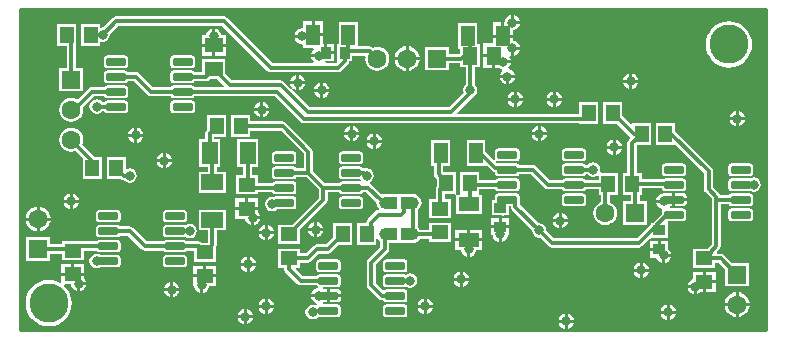
<source format=gtl>
G04*
G04 #@! TF.GenerationSoftware,Altium Limited,Altium Designer,21.5.1 (32)*
G04*
G04 Layer_Physical_Order=1*
G04 Layer_Color=255*
%FSLAX25Y25*%
%MOIN*%
G70*
G04*
G04 #@! TF.SameCoordinates,8A425D5F-BF34-4987-8E10-FF1777C96443*
G04*
G04*
G04 #@! TF.FilePolarity,Positive*
G04*
G01*
G75*
%ADD16C,0.01000*%
G04:AMPARAMS|DCode=17|XSize=25.59mil|YSize=64.96mil|CornerRadius=1.92mil|HoleSize=0mil|Usage=FLASHONLY|Rotation=90.000|XOffset=0mil|YOffset=0mil|HoleType=Round|Shape=RoundedRectangle|*
%AMROUNDEDRECTD17*
21,1,0.02559,0.06112,0,0,90.0*
21,1,0.02175,0.06496,0,0,90.0*
1,1,0.00384,0.03056,0.01088*
1,1,0.00384,0.03056,-0.01088*
1,1,0.00384,-0.03056,-0.01088*
1,1,0.00384,-0.03056,0.01088*
%
%ADD17ROUNDEDRECTD17*%
%ADD18R,0.05709X0.04724*%
%ADD19R,0.03937X0.03543*%
%ADD20R,0.04724X0.05709*%
%ADD21R,0.03937X0.03937*%
%ADD22C,0.03937*%
%ADD23R,0.07087X0.04528*%
%ADD24R,0.04528X0.07087*%
%ADD25R,0.05118X0.06102*%
%ADD26R,0.05315X0.07480*%
%ADD27R,0.07480X0.05315*%
%ADD28R,0.06102X0.05118*%
%ADD29R,0.03543X0.03937*%
%ADD48C,0.01400*%
%ADD49C,0.06299*%
%ADD50R,0.06299X0.06299*%
%ADD51R,0.06299X0.06299*%
%ADD52C,0.13000*%
%ADD53C,0.03150*%
G36*
X248500Y-107106D02*
X0D01*
Y0D01*
X248500D01*
Y-107106D01*
D02*
G37*
%LPC*%
G36*
X164500Y-1969D02*
Y-4000D01*
X166531D01*
X166508Y-3828D01*
X166249Y-3201D01*
X165836Y-2664D01*
X165298Y-2251D01*
X164672Y-1991D01*
X164500Y-1969D01*
D02*
G37*
G36*
X68000Y-2471D02*
X32000D01*
X31415Y-2587D01*
X30919Y-2919D01*
X27716Y-6121D01*
X27500Y-6079D01*
X26986Y-6181D01*
X26599Y-5864D01*
Y-4846D01*
X20275D01*
Y-12154D01*
X26599D01*
Y-11136D01*
X26986Y-10819D01*
X27500Y-10921D01*
X28427Y-10737D01*
X29212Y-10212D01*
X29737Y-9427D01*
X29921Y-8500D01*
X29878Y-8284D01*
X32634Y-5529D01*
X67366D01*
X82419Y-20581D01*
X82915Y-20913D01*
X83500Y-21029D01*
X106000D01*
X106585Y-20913D01*
X107081Y-20581D01*
X109231Y-18432D01*
X109563Y-17936D01*
X109679Y-17350D01*
Y-17268D01*
X110721D01*
Y-15529D01*
X114765D01*
X115095Y-15905D01*
X115016Y-16500D01*
X115152Y-17531D01*
X115550Y-18492D01*
X116183Y-19317D01*
X117008Y-19950D01*
X117969Y-20348D01*
X119000Y-20484D01*
X120031Y-20348D01*
X120992Y-19950D01*
X121817Y-19317D01*
X122450Y-18492D01*
X122848Y-17531D01*
X122984Y-16500D01*
X122848Y-15469D01*
X122450Y-14508D01*
X121817Y-13683D01*
X120992Y-13050D01*
X120031Y-12652D01*
X119000Y-12516D01*
X117969Y-12652D01*
X117483Y-12853D01*
X117085Y-12587D01*
X116500Y-12471D01*
X112469D01*
Y-4157D01*
X106342D01*
Y-11732D01*
X105578D01*
Y-17268D01*
X105578D01*
X105722Y-17616D01*
X105367Y-17971D01*
X101944D01*
X101687Y-17471D01*
X101689Y-17469D01*
X104622D01*
Y-15000D01*
X101850D01*
Y-14500D01*
X101350D01*
Y-11531D01*
X100858D01*
Y-9000D01*
X97594D01*
Y-8500D01*
X97095D01*
Y-3957D01*
X94331D01*
Y-6113D01*
X94000Y-6403D01*
X93328Y-6492D01*
X92702Y-6751D01*
X92164Y-7164D01*
X91751Y-7701D01*
X91492Y-8328D01*
X91469Y-8500D01*
X94000D01*
Y-9500D01*
X91469D01*
X91492Y-9672D01*
X91751Y-10299D01*
X92164Y-10836D01*
X92702Y-11249D01*
X93328Y-11508D01*
X94000Y-11597D01*
X94331Y-11887D01*
Y-13043D01*
X97651D01*
X97821Y-13543D01*
X97664Y-13664D01*
X97251Y-14201D01*
X96991Y-14828D01*
X96969Y-15000D01*
X99500D01*
Y-16000D01*
X96969D01*
X96991Y-16172D01*
X97251Y-16799D01*
X97664Y-17336D01*
X97839Y-17471D01*
X97669Y-17971D01*
X84133D01*
X69081Y-2919D01*
X68585Y-2587D01*
X68000Y-2471D01*
D02*
G37*
G36*
X100858Y-3957D02*
X98094D01*
Y-8000D01*
X100858D01*
Y-3957D01*
D02*
G37*
G36*
X163500Y-1969D02*
X163328Y-1991D01*
X162701Y-2251D01*
X162164Y-2664D01*
X161751Y-3201D01*
X161492Y-3828D01*
X161409Y-4457D01*
X161406D01*
Y-8500D01*
X164169D01*
Y-7075D01*
X164672Y-7008D01*
X165298Y-6749D01*
X165836Y-6336D01*
X166249Y-5799D01*
X166508Y-5172D01*
X166531Y-5000D01*
X164000D01*
Y-4500D01*
X163500D01*
Y-1969D01*
D02*
G37*
G36*
X160406Y-4457D02*
X157642D01*
Y-8500D01*
X160406D01*
Y-4457D01*
D02*
G37*
G36*
X65000Y-6469D02*
Y-9000D01*
X64000D01*
Y-6469D01*
X63828Y-6492D01*
X63201Y-6751D01*
X62664Y-7164D01*
X62251Y-7701D01*
X61992Y-8328D01*
X61968Y-8504D01*
X60449D01*
Y-11563D01*
X64500D01*
X68551D01*
Y-8504D01*
X67032D01*
X67009Y-8328D01*
X66749Y-7701D01*
X66336Y-7164D01*
X65798Y-6751D01*
X65172Y-6492D01*
X65000Y-6469D01*
D02*
G37*
G36*
X104622Y-11531D02*
X102350D01*
Y-14000D01*
X104622D01*
Y-11531D01*
D02*
G37*
G36*
X152158Y-4657D02*
X146031D01*
Y-13343D01*
X146641D01*
Y-14696D01*
X146367Y-14971D01*
X142950D01*
Y-12550D01*
X135050D01*
Y-20450D01*
X142950D01*
Y-18029D01*
X146641D01*
Y-19351D01*
X148471D01*
Y-25166D01*
X148288Y-25288D01*
X147763Y-26073D01*
X147579Y-27000D01*
X147763Y-27927D01*
X147822Y-28015D01*
X143067Y-32771D01*
X96434D01*
X90517Y-26854D01*
X90847Y-26477D01*
X90869Y-26494D01*
X91202Y-26749D01*
X91828Y-27009D01*
X92000Y-27031D01*
Y-25000D01*
X89969D01*
X89991Y-25172D01*
X90251Y-25798D01*
X90506Y-26131D01*
X90523Y-26153D01*
X90146Y-26483D01*
X87881Y-24219D01*
X87385Y-23887D01*
X86800Y-23771D01*
X70433D01*
X68351Y-21688D01*
Y-16578D01*
X60649D01*
Y-20971D01*
X58076D01*
X57893Y-20697D01*
X57565Y-20478D01*
X57178Y-20401D01*
X51066D01*
X50679Y-20478D01*
X50351Y-20697D01*
X50132Y-21025D01*
X50055Y-21412D01*
Y-23588D01*
X50132Y-23975D01*
X50351Y-24303D01*
X50679Y-24522D01*
X51066Y-24599D01*
X57178D01*
X57565Y-24522D01*
X57893Y-24303D01*
X58076Y-24029D01*
X61937D01*
X62522Y-23913D01*
X63018Y-23581D01*
X63304Y-23296D01*
X65633D01*
X67846Y-25509D01*
X67654Y-25971D01*
X58076D01*
X57893Y-25697D01*
X57565Y-25478D01*
X57178Y-25401D01*
X51066D01*
X50679Y-25478D01*
X50351Y-25697D01*
X50168Y-25971D01*
X44133D01*
X39581Y-21419D01*
X39085Y-21087D01*
X38500Y-20971D01*
X35832D01*
X35649Y-20697D01*
X35321Y-20478D01*
X34934Y-20401D01*
X28822D01*
X28435Y-20478D01*
X28107Y-20697D01*
X27887Y-21025D01*
X27810Y-21412D01*
Y-23588D01*
X27887Y-23975D01*
X28107Y-24303D01*
X28435Y-24522D01*
X28822Y-24599D01*
X34934D01*
X35321Y-24522D01*
X35649Y-24303D01*
X35832Y-24029D01*
X37867D01*
X42419Y-28581D01*
X42915Y-28913D01*
X43500Y-29029D01*
X50168D01*
X50351Y-29303D01*
X50679Y-29522D01*
X51066Y-29599D01*
X57178D01*
X57565Y-29522D01*
X57893Y-29303D01*
X58076Y-29029D01*
X84866D01*
X93419Y-37581D01*
X93915Y-37913D01*
X94500Y-38029D01*
X186401D01*
Y-38154D01*
X192725D01*
Y-30846D01*
X186401D01*
Y-34971D01*
X145846D01*
X145654Y-34509D01*
X150926Y-29237D01*
X150927Y-29237D01*
X151712Y-28712D01*
X152237Y-27927D01*
X152421Y-27000D01*
X152237Y-26073D01*
X151712Y-25288D01*
X151529Y-25166D01*
Y-19351D01*
X153359D01*
Y-11649D01*
X152158D01*
Y-4657D01*
D02*
G37*
G36*
X166531Y-13500D02*
X164500D01*
Y-15531D01*
X164672Y-15508D01*
X165298Y-15249D01*
X165836Y-14836D01*
X166249Y-14299D01*
X166508Y-13672D01*
X166531Y-13500D01*
D02*
G37*
G36*
X164169Y-9500D02*
X160906D01*
X157642D01*
Y-11449D01*
X154315D01*
Y-15000D01*
X157874D01*
Y-15500D01*
X158374D01*
Y-19551D01*
X159444D01*
X159702Y-19749D01*
X160328Y-20008D01*
X160538Y-20036D01*
X160678Y-20559D01*
X160542Y-20664D01*
X160129Y-21202D01*
X159869Y-21828D01*
X159847Y-22000D01*
X164909D01*
X164886Y-21828D01*
X164627Y-21202D01*
X164214Y-20664D01*
X163677Y-20251D01*
X163050Y-19992D01*
X162840Y-19964D01*
X162700Y-19441D01*
X162836Y-19336D01*
X163249Y-18799D01*
X163508Y-18172D01*
X163531Y-18000D01*
X161000D01*
Y-17000D01*
X163531D01*
X163508Y-16828D01*
X163249Y-16202D01*
X163042Y-15931D01*
X163294Y-15558D01*
X163350Y-15511D01*
X163500Y-15531D01*
Y-13000D01*
X164000D01*
Y-12500D01*
X166531D01*
X166508Y-12328D01*
X166249Y-11701D01*
X165836Y-11164D01*
X165298Y-10751D01*
X164672Y-10492D01*
X164169Y-10425D01*
Y-9500D01*
D02*
G37*
G36*
X68551Y-12563D02*
X65000D01*
Y-15622D01*
X68551D01*
Y-12563D01*
D02*
G37*
G36*
X64000D02*
X60449D01*
Y-15622D01*
X64000D01*
Y-12563D01*
D02*
G37*
G36*
X129500Y-12380D02*
Y-16000D01*
X133120D01*
X133043Y-15417D01*
X132625Y-14407D01*
X131959Y-13541D01*
X131093Y-12875D01*
X130083Y-12457D01*
X129500Y-12380D01*
D02*
G37*
G36*
X128500D02*
X127917Y-12457D01*
X126907Y-12875D01*
X126040Y-13541D01*
X125375Y-14407D01*
X124957Y-15417D01*
X124880Y-16000D01*
X128500D01*
Y-12380D01*
D02*
G37*
G36*
X236221Y-4074D02*
X234711Y-4222D01*
X233260Y-4663D01*
X231922Y-5378D01*
X230749Y-6340D01*
X229787Y-7512D01*
X229072Y-8850D01*
X228632Y-10302D01*
X228483Y-11811D01*
X228632Y-13320D01*
X229072Y-14772D01*
X229787Y-16110D01*
X230749Y-17282D01*
X231922Y-18244D01*
X233260Y-18959D01*
X234711Y-19400D01*
X236221Y-19548D01*
X237730Y-19400D01*
X239181Y-18959D01*
X240519Y-18244D01*
X241691Y-17282D01*
X242654Y-16110D01*
X243369Y-14772D01*
X243809Y-13320D01*
X243958Y-11811D01*
X243809Y-10302D01*
X243369Y-8850D01*
X242654Y-7512D01*
X241691Y-6340D01*
X240519Y-5378D01*
X239181Y-4663D01*
X237730Y-4222D01*
X236221Y-4074D01*
D02*
G37*
G36*
X157374Y-16000D02*
X154315D01*
Y-19551D01*
X157374D01*
Y-16000D01*
D02*
G37*
G36*
X57178Y-15401D02*
X51066D01*
X50679Y-15478D01*
X50351Y-15697D01*
X50132Y-16025D01*
X50055Y-16412D01*
Y-18588D01*
X50132Y-18975D01*
X50351Y-19303D01*
X50679Y-19522D01*
X51066Y-19599D01*
X57178D01*
X57565Y-19522D01*
X57893Y-19303D01*
X58113Y-18975D01*
X58189Y-18588D01*
Y-16412D01*
X58113Y-16025D01*
X57893Y-15697D01*
X57565Y-15478D01*
X57178Y-15401D01*
D02*
G37*
G36*
X34934D02*
X28822D01*
X28435Y-15478D01*
X28107Y-15697D01*
X27887Y-16025D01*
X27810Y-16412D01*
Y-18588D01*
X27887Y-18975D01*
X28107Y-19303D01*
X28435Y-19522D01*
X28822Y-19599D01*
X34934D01*
X35321Y-19522D01*
X35649Y-19303D01*
X35868Y-18975D01*
X35945Y-18588D01*
Y-16412D01*
X35868Y-16025D01*
X35649Y-15697D01*
X35321Y-15478D01*
X34934Y-15401D01*
D02*
G37*
G36*
X133120Y-17000D02*
X129500D01*
Y-20620D01*
X130083Y-20543D01*
X131093Y-20125D01*
X131959Y-19459D01*
X132625Y-18593D01*
X133043Y-17583D01*
X133120Y-17000D01*
D02*
G37*
G36*
X128500D02*
X124880D01*
X124957Y-17583D01*
X125375Y-18593D01*
X126040Y-19459D01*
X126907Y-20125D01*
X127917Y-20543D01*
X128500Y-20620D01*
Y-17000D01*
D02*
G37*
G36*
X204000Y-21469D02*
Y-23500D01*
X206031D01*
X206009Y-23328D01*
X205749Y-22702D01*
X205336Y-22164D01*
X204799Y-21751D01*
X204172Y-21492D01*
X204000Y-21469D01*
D02*
G37*
G36*
X203000D02*
X202828Y-21492D01*
X202202Y-21751D01*
X201664Y-22164D01*
X201251Y-22702D01*
X200992Y-23328D01*
X200969Y-23500D01*
X203000D01*
Y-21469D01*
D02*
G37*
G36*
X93000Y-21969D02*
Y-24000D01*
X95031D01*
X95008Y-23828D01*
X94749Y-23201D01*
X94336Y-22664D01*
X93799Y-22251D01*
X93172Y-21992D01*
X93000Y-21969D01*
D02*
G37*
G36*
X92000D02*
X91828Y-21992D01*
X91202Y-22251D01*
X90664Y-22664D01*
X90251Y-23201D01*
X89991Y-23828D01*
X89969Y-24000D01*
X92000D01*
Y-21969D01*
D02*
G37*
G36*
X164909Y-23000D02*
X162878D01*
Y-25031D01*
X163050Y-25008D01*
X163677Y-24749D01*
X164214Y-24336D01*
X164627Y-23799D01*
X164886Y-23172D01*
X164909Y-23000D01*
D02*
G37*
G36*
X161878D02*
X159847D01*
X159869Y-23172D01*
X160129Y-23799D01*
X160542Y-24336D01*
X161079Y-24749D01*
X161706Y-25008D01*
X161878Y-25031D01*
Y-23000D01*
D02*
G37*
G36*
X101000Y-24469D02*
Y-26500D01*
X103031D01*
X103008Y-26328D01*
X102749Y-25701D01*
X102336Y-25164D01*
X101798Y-24751D01*
X101172Y-24491D01*
X101000Y-24469D01*
D02*
G37*
G36*
X100000D02*
X99828Y-24491D01*
X99202Y-24751D01*
X98664Y-25164D01*
X98251Y-25701D01*
X97992Y-26328D01*
X97969Y-26500D01*
X100000D01*
Y-24469D01*
D02*
G37*
G36*
X206031Y-24500D02*
X204000D01*
Y-26531D01*
X204172Y-26509D01*
X204799Y-26249D01*
X205336Y-25836D01*
X205749Y-25299D01*
X206009Y-24672D01*
X206031Y-24500D01*
D02*
G37*
G36*
X203000D02*
X200969D01*
X200992Y-24672D01*
X201251Y-25299D01*
X201664Y-25836D01*
X202202Y-26249D01*
X202828Y-26509D01*
X203000Y-26531D01*
Y-24500D01*
D02*
G37*
G36*
X95031Y-25000D02*
X93000D01*
Y-27031D01*
X93172Y-27009D01*
X93799Y-26749D01*
X94336Y-26336D01*
X94749Y-25798D01*
X95008Y-25172D01*
X95031Y-25000D01*
D02*
G37*
G36*
X18725Y-4846D02*
X12401D01*
Y-12154D01*
X15471D01*
Y-19550D01*
X13050D01*
Y-27450D01*
X20950D01*
Y-19550D01*
X18529D01*
Y-12154D01*
X18725D01*
Y-4846D01*
D02*
G37*
G36*
X178500Y-27469D02*
Y-29500D01*
X180531D01*
X180508Y-29328D01*
X180249Y-28701D01*
X179836Y-28164D01*
X179298Y-27751D01*
X178672Y-27492D01*
X178500Y-27469D01*
D02*
G37*
G36*
X177500D02*
X177328Y-27492D01*
X176701Y-27751D01*
X176164Y-28164D01*
X175751Y-28701D01*
X175491Y-29328D01*
X175469Y-29500D01*
X177500D01*
Y-27469D01*
D02*
G37*
G36*
X165500D02*
Y-29500D01*
X167531D01*
X167508Y-29328D01*
X167249Y-28701D01*
X166836Y-28164D01*
X166298Y-27751D01*
X165672Y-27492D01*
X165500Y-27469D01*
D02*
G37*
G36*
X164500D02*
X164328Y-27492D01*
X163701Y-27751D01*
X163164Y-28164D01*
X162751Y-28701D01*
X162492Y-29328D01*
X162469Y-29500D01*
X164500D01*
Y-27469D01*
D02*
G37*
G36*
X103031Y-27500D02*
X101000D01*
Y-29531D01*
X101172Y-29509D01*
X101798Y-29249D01*
X102336Y-28836D01*
X102749Y-28299D01*
X103008Y-27672D01*
X103031Y-27500D01*
D02*
G37*
G36*
X100000D02*
X97969D01*
X97992Y-27672D01*
X98251Y-28299D01*
X98664Y-28836D01*
X99202Y-29249D01*
X99828Y-29509D01*
X100000Y-29531D01*
Y-27500D01*
D02*
G37*
G36*
X34934Y-25401D02*
X28822D01*
X28435Y-25478D01*
X28107Y-25697D01*
X27924Y-25971D01*
X24000D01*
X23415Y-26087D01*
X22919Y-26419D01*
X19159Y-30178D01*
X18992Y-30050D01*
X18031Y-29652D01*
X17000Y-29516D01*
X15969Y-29652D01*
X15008Y-30050D01*
X14183Y-30683D01*
X13550Y-31508D01*
X13152Y-32469D01*
X13016Y-33500D01*
X13152Y-34531D01*
X13550Y-35492D01*
X14183Y-36317D01*
X15008Y-36950D01*
X15969Y-37348D01*
X17000Y-37484D01*
X18031Y-37348D01*
X18992Y-36950D01*
X19817Y-36317D01*
X20450Y-35492D01*
X20848Y-34531D01*
X20984Y-33500D01*
X20888Y-32775D01*
X24633Y-29029D01*
X27924D01*
X28107Y-29303D01*
X28435Y-29522D01*
X28822Y-29599D01*
X34934D01*
X35321Y-29522D01*
X35649Y-29303D01*
X35868Y-28975D01*
X35945Y-28588D01*
Y-26412D01*
X35868Y-26025D01*
X35649Y-25697D01*
X35321Y-25478D01*
X34934Y-25401D01*
D02*
G37*
G36*
X180531Y-30500D02*
X178500D01*
Y-32531D01*
X178672Y-32509D01*
X179298Y-32249D01*
X179836Y-31836D01*
X180249Y-31299D01*
X180508Y-30672D01*
X180531Y-30500D01*
D02*
G37*
G36*
X177500D02*
X175469D01*
X175491Y-30672D01*
X175751Y-31299D01*
X176164Y-31836D01*
X176701Y-32249D01*
X177328Y-32509D01*
X177500Y-32531D01*
Y-30500D01*
D02*
G37*
G36*
X167531D02*
X165500D01*
Y-32531D01*
X165672Y-32509D01*
X166298Y-32249D01*
X166836Y-31836D01*
X167249Y-31299D01*
X167508Y-30672D01*
X167531Y-30500D01*
D02*
G37*
G36*
X164500D02*
X162469D01*
X162492Y-30672D01*
X162751Y-31299D01*
X163164Y-31836D01*
X163701Y-32249D01*
X164328Y-32509D01*
X164500Y-32531D01*
Y-30500D01*
D02*
G37*
G36*
X81000Y-30969D02*
Y-33000D01*
X83031D01*
X83008Y-32828D01*
X82749Y-32201D01*
X82336Y-31664D01*
X81798Y-31251D01*
X81172Y-30992D01*
X81000Y-30969D01*
D02*
G37*
G36*
X80000D02*
X79828Y-30992D01*
X79202Y-31251D01*
X78664Y-31664D01*
X78251Y-32201D01*
X77991Y-32828D01*
X77969Y-33000D01*
X80000D01*
Y-30969D01*
D02*
G37*
G36*
X57178Y-30401D02*
X51066D01*
X50679Y-30478D01*
X50351Y-30697D01*
X50132Y-31025D01*
X50055Y-31412D01*
Y-33588D01*
X50132Y-33975D01*
X50351Y-34303D01*
X50679Y-34522D01*
X51066Y-34599D01*
X57178D01*
X57565Y-34522D01*
X57893Y-34303D01*
X58113Y-33975D01*
X58189Y-33588D01*
Y-31412D01*
X58113Y-31025D01*
X57893Y-30697D01*
X57565Y-30478D01*
X57178Y-30401D01*
D02*
G37*
G36*
X25500Y-30079D02*
X24573Y-30263D01*
X23788Y-30788D01*
X23263Y-31573D01*
X23079Y-32500D01*
X23263Y-33427D01*
X23788Y-34212D01*
X24573Y-34737D01*
X25500Y-34921D01*
X26427Y-34737D01*
X27212Y-34212D01*
X27334Y-34029D01*
X27924D01*
X28107Y-34303D01*
X28435Y-34522D01*
X28822Y-34599D01*
X34934D01*
X35321Y-34522D01*
X35649Y-34303D01*
X35868Y-33975D01*
X35945Y-33588D01*
Y-31412D01*
X35868Y-31025D01*
X35649Y-30697D01*
X35321Y-30478D01*
X34934Y-30401D01*
X28822D01*
X28435Y-30478D01*
X28107Y-30697D01*
X27924Y-30971D01*
X27334D01*
X27212Y-30788D01*
X26427Y-30263D01*
X25500Y-30079D01*
D02*
G37*
G36*
X239500Y-33969D02*
Y-36000D01*
X241531D01*
X241509Y-35828D01*
X241249Y-35201D01*
X240836Y-34664D01*
X240299Y-34251D01*
X239672Y-33992D01*
X239500Y-33969D01*
D02*
G37*
G36*
X238500D02*
X238328Y-33992D01*
X237702Y-34251D01*
X237164Y-34664D01*
X236751Y-35201D01*
X236491Y-35828D01*
X236469Y-36000D01*
X238500D01*
Y-33969D01*
D02*
G37*
G36*
X83031Y-34000D02*
X81000D01*
Y-36031D01*
X81172Y-36009D01*
X81798Y-35749D01*
X82336Y-35336D01*
X82749Y-34798D01*
X83008Y-34172D01*
X83031Y-34000D01*
D02*
G37*
G36*
X80000D02*
X77969D01*
X77991Y-34172D01*
X78251Y-34798D01*
X78664Y-35336D01*
X79202Y-35749D01*
X79828Y-36009D01*
X80000Y-36031D01*
Y-34000D01*
D02*
G37*
G36*
X241531Y-37000D02*
X239500D01*
Y-39031D01*
X239672Y-39009D01*
X240299Y-38749D01*
X240836Y-38336D01*
X241249Y-37799D01*
X241509Y-37172D01*
X241531Y-37000D01*
D02*
G37*
G36*
X238500D02*
X236469D01*
X236491Y-37172D01*
X236751Y-37799D01*
X237164Y-38336D01*
X237702Y-38749D01*
X238328Y-39009D01*
X238500Y-39031D01*
Y-37000D01*
D02*
G37*
G36*
X173500Y-38969D02*
Y-41000D01*
X175531D01*
X175508Y-40828D01*
X175249Y-40202D01*
X174836Y-39664D01*
X174299Y-39251D01*
X173672Y-38991D01*
X173500Y-38969D01*
D02*
G37*
G36*
X172500D02*
X172328Y-38991D01*
X171702Y-39251D01*
X171164Y-39664D01*
X170751Y-40202D01*
X170492Y-40828D01*
X170469Y-41000D01*
X172500D01*
Y-38969D01*
D02*
G37*
G36*
X111000D02*
Y-41000D01*
X113031D01*
X113008Y-40828D01*
X112749Y-40202D01*
X112336Y-39664D01*
X111799Y-39251D01*
X111172Y-38991D01*
X111000Y-38969D01*
D02*
G37*
G36*
X110000D02*
X109828Y-38991D01*
X109202Y-39251D01*
X108664Y-39664D01*
X108251Y-40202D01*
X107992Y-40828D01*
X107969Y-41000D01*
X110000D01*
Y-38969D01*
D02*
G37*
G36*
X39000Y-39469D02*
Y-41500D01*
X41031D01*
X41008Y-41328D01*
X40749Y-40701D01*
X40336Y-40164D01*
X39799Y-39751D01*
X39172Y-39492D01*
X39000Y-39469D01*
D02*
G37*
G36*
X38000D02*
X37828Y-39492D01*
X37201Y-39751D01*
X36664Y-40164D01*
X36251Y-40701D01*
X35991Y-41328D01*
X35969Y-41500D01*
X38000D01*
Y-39469D01*
D02*
G37*
G36*
X118500Y-41469D02*
Y-43500D01*
X120531D01*
X120509Y-43328D01*
X120249Y-42702D01*
X119836Y-42164D01*
X119299Y-41751D01*
X118672Y-41491D01*
X118500Y-41469D01*
D02*
G37*
G36*
X117500D02*
X117328Y-41491D01*
X116701Y-41751D01*
X116164Y-42164D01*
X115751Y-42702D01*
X115491Y-43328D01*
X115469Y-43500D01*
X117500D01*
Y-41469D01*
D02*
G37*
G36*
X175531Y-42000D02*
X173500D01*
Y-44031D01*
X173672Y-44008D01*
X174299Y-43749D01*
X174836Y-43336D01*
X175249Y-42799D01*
X175508Y-42172D01*
X175531Y-42000D01*
D02*
G37*
G36*
X172500D02*
X170469D01*
X170492Y-42172D01*
X170751Y-42799D01*
X171164Y-43336D01*
X171702Y-43749D01*
X172328Y-44008D01*
X172500Y-44031D01*
Y-42000D01*
D02*
G37*
G36*
X113031D02*
X111000D01*
Y-44031D01*
X111172Y-44008D01*
X111799Y-43749D01*
X112336Y-43336D01*
X112749Y-42799D01*
X113008Y-42172D01*
X113031Y-42000D01*
D02*
G37*
G36*
X110000D02*
X107969D01*
X107992Y-42172D01*
X108251Y-42799D01*
X108664Y-43336D01*
X109202Y-43749D01*
X109828Y-44008D01*
X110000Y-44031D01*
Y-42000D01*
D02*
G37*
G36*
X41031Y-42500D02*
X39000D01*
Y-44531D01*
X39172Y-44508D01*
X39799Y-44249D01*
X40336Y-43836D01*
X40749Y-43299D01*
X41008Y-42672D01*
X41031Y-42500D01*
D02*
G37*
G36*
X38000D02*
X35969D01*
X35991Y-42672D01*
X36251Y-43299D01*
X36664Y-43836D01*
X37201Y-44249D01*
X37828Y-44508D01*
X38000Y-44531D01*
Y-42500D01*
D02*
G37*
G36*
X198500Y-43469D02*
Y-45500D01*
X200531D01*
X200508Y-45328D01*
X200249Y-44701D01*
X199836Y-44164D01*
X199299Y-43751D01*
X198672Y-43492D01*
X198500Y-43469D01*
D02*
G37*
G36*
X197500D02*
X197328Y-43492D01*
X196702Y-43751D01*
X196164Y-44164D01*
X195751Y-44701D01*
X195492Y-45328D01*
X195469Y-45500D01*
X197500D01*
Y-43469D01*
D02*
G37*
G36*
X120531Y-44500D02*
X118500D01*
Y-46531D01*
X118672Y-46508D01*
X119299Y-46249D01*
X119836Y-45836D01*
X120249Y-45298D01*
X120509Y-44672D01*
X120531Y-44500D01*
D02*
G37*
G36*
X117500D02*
X115469D01*
X115491Y-44672D01*
X115751Y-45298D01*
X116164Y-45836D01*
X116701Y-46249D01*
X117328Y-46508D01*
X117500Y-46531D01*
Y-44500D01*
D02*
G37*
G36*
X200531Y-46500D02*
X198500D01*
Y-48531D01*
X198672Y-48509D01*
X199299Y-48249D01*
X199836Y-47836D01*
X200249Y-47298D01*
X200508Y-46672D01*
X200531Y-46500D01*
D02*
G37*
G36*
X197500D02*
X195469D01*
X195492Y-46672D01*
X195751Y-47298D01*
X196164Y-47836D01*
X196702Y-48249D01*
X197328Y-48509D01*
X197500Y-48531D01*
Y-46500D01*
D02*
G37*
G36*
X48500Y-47969D02*
Y-50000D01*
X50531D01*
X50508Y-49828D01*
X50249Y-49202D01*
X49836Y-48664D01*
X49299Y-48251D01*
X48672Y-47991D01*
X48500Y-47969D01*
D02*
G37*
G36*
X47500D02*
X47328Y-47991D01*
X46701Y-48251D01*
X46164Y-48664D01*
X45751Y-49202D01*
X45491Y-49828D01*
X45469Y-50000D01*
X47500D01*
Y-47969D01*
D02*
G37*
G36*
X187678Y-46401D02*
X181566D01*
X181179Y-46478D01*
X180851Y-46697D01*
X180632Y-47025D01*
X180555Y-47412D01*
Y-49588D01*
X180632Y-49975D01*
X180851Y-50303D01*
X181179Y-50522D01*
X181566Y-50599D01*
X187678D01*
X188065Y-50522D01*
X188393Y-50303D01*
X188612Y-49975D01*
X188689Y-49588D01*
Y-47412D01*
X188612Y-47025D01*
X188393Y-46697D01*
X188065Y-46478D01*
X187678Y-46401D01*
D02*
G37*
G36*
X154969Y-43657D02*
X148842D01*
Y-52343D01*
X154969D01*
Y-52285D01*
X155431Y-52094D01*
X157339Y-54002D01*
X157835Y-54333D01*
X158310Y-54428D01*
Y-54588D01*
X158387Y-54975D01*
X158607Y-55303D01*
X158935Y-55522D01*
X159322Y-55599D01*
X165434D01*
X165821Y-55522D01*
X166149Y-55303D01*
X166332Y-55029D01*
X170367D01*
X174919Y-59581D01*
X175415Y-59913D01*
X176000Y-60029D01*
X180668D01*
X180851Y-60303D01*
X181179Y-60522D01*
X181566Y-60599D01*
X187678D01*
X188065Y-60522D01*
X188393Y-60303D01*
X188576Y-60029D01*
X192901D01*
Y-61855D01*
X193471D01*
Y-64359D01*
X193008Y-64550D01*
X192183Y-65183D01*
X191550Y-66008D01*
X191152Y-66969D01*
X191016Y-68000D01*
X191152Y-69031D01*
X191550Y-69992D01*
X192183Y-70817D01*
X193008Y-71450D01*
X193969Y-71848D01*
X195000Y-71984D01*
X196031Y-71848D01*
X196992Y-71450D01*
X197817Y-70817D01*
X198450Y-69992D01*
X198848Y-69031D01*
X198984Y-68000D01*
X198848Y-66969D01*
X198450Y-66008D01*
X198177Y-65653D01*
X198177Y-65651D01*
X197845Y-65155D01*
X197349Y-64823D01*
X197347Y-64823D01*
X196992Y-64550D01*
X196529Y-64359D01*
Y-61855D01*
X199225D01*
Y-54546D01*
X193712D01*
X193313Y-54046D01*
X193421Y-53500D01*
X193237Y-52573D01*
X192712Y-51788D01*
X191927Y-51263D01*
X191000Y-51079D01*
X190073Y-51263D01*
X189288Y-51788D01*
X189166Y-51971D01*
X188576D01*
X188393Y-51697D01*
X188065Y-51478D01*
X187678Y-51401D01*
X181566D01*
X181179Y-51478D01*
X180851Y-51697D01*
X180632Y-52025D01*
X180555Y-52412D01*
Y-54588D01*
X180632Y-54975D01*
X180851Y-55303D01*
X181179Y-55522D01*
X181566Y-55599D01*
X187678D01*
X188065Y-55522D01*
X188393Y-55303D01*
X188576Y-55029D01*
X189166D01*
X189288Y-55212D01*
X190073Y-55737D01*
X191000Y-55921D01*
X191927Y-55737D01*
X192401Y-55420D01*
X192901Y-55687D01*
Y-56971D01*
X188576D01*
X188393Y-56697D01*
X188065Y-56478D01*
X187678Y-56401D01*
X181566D01*
X181179Y-56478D01*
X180851Y-56697D01*
X180668Y-56971D01*
X176634D01*
X172081Y-52419D01*
X171585Y-52087D01*
X171000Y-51971D01*
X166332D01*
X166149Y-51697D01*
X165821Y-51478D01*
X165434Y-51401D01*
X161848D01*
X161798Y-51391D01*
X159054D01*
X158487Y-50824D01*
X158806Y-50436D01*
X158816Y-50443D01*
X158935Y-50522D01*
X159322Y-50599D01*
X165434D01*
X165821Y-50522D01*
X166149Y-50303D01*
X166368Y-49975D01*
X166445Y-49588D01*
Y-47412D01*
X166368Y-47025D01*
X166149Y-46697D01*
X165821Y-46478D01*
X165434Y-46401D01*
X159322D01*
X158935Y-46478D01*
X158607Y-46697D01*
X158387Y-47025D01*
X158310Y-47412D01*
Y-49588D01*
X158387Y-49975D01*
X158467Y-50093D01*
X158474Y-50104D01*
X158085Y-50423D01*
X155425Y-47762D01*
X154969Y-47458D01*
Y-43657D01*
D02*
G37*
G36*
X113300Y-47401D02*
X107188D01*
X106801Y-47478D01*
X106473Y-47697D01*
X106254Y-48025D01*
X106177Y-48412D01*
Y-50588D01*
X106254Y-50975D01*
X106473Y-51303D01*
X106801Y-51522D01*
X107188Y-51599D01*
X113300D01*
X113687Y-51522D01*
X114015Y-51303D01*
X114235Y-50975D01*
X114312Y-50588D01*
Y-48412D01*
X114235Y-48025D01*
X114015Y-47697D01*
X113687Y-47478D01*
X113300Y-47401D01*
D02*
G37*
G36*
X91056D02*
X84944D01*
X84557Y-47478D01*
X84229Y-47697D01*
X84009Y-48025D01*
X83933Y-48412D01*
Y-50588D01*
X84009Y-50975D01*
X84229Y-51303D01*
X84557Y-51522D01*
X84944Y-51599D01*
X91056D01*
X91443Y-51522D01*
X91771Y-51303D01*
X91991Y-50975D01*
X92067Y-50588D01*
Y-48412D01*
X91991Y-48025D01*
X91771Y-47697D01*
X91443Y-47478D01*
X91056Y-47401D01*
D02*
G37*
G36*
X76599Y-35346D02*
X70275D01*
Y-42654D01*
X76599D01*
Y-40529D01*
X86866D01*
X94471Y-48134D01*
Y-52971D01*
X91954D01*
X91771Y-52697D01*
X91443Y-52478D01*
X91056Y-52401D01*
X84944D01*
X84557Y-52478D01*
X84229Y-52697D01*
X84009Y-53025D01*
X83933Y-53412D01*
Y-55588D01*
X84009Y-55975D01*
X84229Y-56303D01*
X84557Y-56522D01*
X84944Y-56599D01*
X91056D01*
X91443Y-56522D01*
X91771Y-56303D01*
X91954Y-56029D01*
X95367D01*
X99471Y-60133D01*
Y-62993D01*
X90499Y-71964D01*
X85846D01*
Y-78288D01*
X93154D01*
Y-73634D01*
X102081Y-64707D01*
X102413Y-64211D01*
X102529Y-63626D01*
Y-61029D01*
X106290D01*
X106473Y-61303D01*
X106801Y-61522D01*
X107188Y-61599D01*
X113300D01*
X113687Y-61522D01*
X114015Y-61303D01*
X114198Y-61029D01*
X115366D01*
X118723Y-64386D01*
X118708Y-64500D01*
X118803Y-65223D01*
X119082Y-65896D01*
X119526Y-66474D01*
X119516Y-66668D01*
X119381Y-66994D01*
X118915Y-67087D01*
X118419Y-67419D01*
X115767Y-70070D01*
X115436Y-70566D01*
X115319Y-71151D01*
Y-71472D01*
X112275D01*
Y-78780D01*
X118599D01*
Y-76727D01*
X119048Y-76541D01*
X119099Y-76545D01*
X119526Y-77100D01*
X119971Y-77442D01*
Y-79366D01*
X115919Y-83419D01*
X115587Y-83915D01*
X115471Y-84500D01*
Y-92000D01*
X115587Y-92585D01*
X115919Y-93081D01*
X119419Y-96581D01*
X119915Y-96913D01*
X120500Y-97029D01*
X121046D01*
X121229Y-97303D01*
X121557Y-97522D01*
X121944Y-97599D01*
X128056D01*
X128443Y-97522D01*
X128771Y-97303D01*
X128990Y-96975D01*
X129068Y-96588D01*
Y-94412D01*
X128990Y-94025D01*
X128771Y-93697D01*
X128443Y-93478D01*
X128056Y-93401D01*
X121944D01*
X121557Y-93478D01*
X121229Y-93697D01*
X120893Y-93730D01*
X118529Y-91366D01*
Y-85133D01*
X122581Y-81081D01*
X122913Y-80585D01*
X123029Y-80000D01*
Y-77895D01*
X130818D01*
X131000Y-77918D01*
X131182Y-77895D01*
X131769D01*
Y-77804D01*
X132396Y-77544D01*
X132975Y-77100D01*
X133316Y-76655D01*
X136346D01*
Y-77599D01*
X143654D01*
Y-71275D01*
X136346D01*
Y-73597D01*
X133316D01*
X132975Y-73151D01*
X132529Y-72810D01*
Y-66816D01*
X132975Y-66474D01*
X133418Y-65896D01*
X133697Y-65223D01*
X133792Y-64500D01*
X133697Y-63777D01*
X133418Y-63104D01*
X132975Y-62525D01*
X132396Y-62082D01*
X131769Y-61822D01*
Y-61731D01*
X131182D01*
X131000Y-61708D01*
X130818Y-61731D01*
X121681D01*
X121500Y-61708D01*
X121318Y-61731D01*
X120731D01*
Y-61731D01*
X120279Y-61616D01*
X117081Y-58419D01*
X116688Y-58156D01*
X116626Y-57764D01*
X116647Y-57590D01*
X117212Y-57212D01*
X117737Y-56427D01*
X117921Y-55500D01*
X117737Y-54573D01*
X117212Y-53788D01*
X116427Y-53263D01*
X115500Y-53079D01*
X115171Y-53144D01*
X115085Y-53087D01*
X114500Y-52971D01*
X114198D01*
X114015Y-52697D01*
X113687Y-52478D01*
X113300Y-52401D01*
X107188D01*
X106801Y-52478D01*
X106473Y-52697D01*
X106254Y-53025D01*
X106177Y-53412D01*
Y-55588D01*
X106254Y-55975D01*
X106473Y-56303D01*
X106801Y-56522D01*
X107188Y-56599D01*
X113300D01*
X113321Y-56595D01*
X113588Y-56994D01*
X113315Y-57404D01*
X113300Y-57401D01*
X107188D01*
X106801Y-57478D01*
X106473Y-57697D01*
X106290Y-57971D01*
X101634D01*
X97529Y-53866D01*
Y-47500D01*
X97413Y-46915D01*
X97081Y-46419D01*
X88581Y-37919D01*
X88085Y-37587D01*
X87500Y-37471D01*
X76599D01*
Y-35346D01*
D02*
G37*
G36*
X50531Y-51000D02*
X48500D01*
Y-53031D01*
X48672Y-53009D01*
X49299Y-52749D01*
X49836Y-52336D01*
X50249Y-51798D01*
X50508Y-51172D01*
X50531Y-51000D01*
D02*
G37*
G36*
X47500D02*
X45469D01*
X45491Y-51172D01*
X45751Y-51798D01*
X46164Y-52336D01*
X46701Y-52749D01*
X47328Y-53009D01*
X47500Y-53031D01*
Y-51000D01*
D02*
G37*
G36*
X243178Y-51401D02*
X237066D01*
X236679Y-51478D01*
X236351Y-51697D01*
X236132Y-52025D01*
X236055Y-52412D01*
Y-54588D01*
X236132Y-54975D01*
X236351Y-55303D01*
X236679Y-55522D01*
X237066Y-55599D01*
X243178D01*
X243565Y-55522D01*
X243893Y-55303D01*
X244112Y-54975D01*
X244190Y-54588D01*
Y-52412D01*
X244112Y-52025D01*
X243893Y-51697D01*
X243565Y-51478D01*
X243178Y-51401D01*
D02*
G37*
G36*
X220934D02*
X214822D01*
X214435Y-51478D01*
X214107Y-51697D01*
X213888Y-52025D01*
X213810Y-52412D01*
Y-54588D01*
X213888Y-54975D01*
X214107Y-55303D01*
X214435Y-55522D01*
X214822Y-55599D01*
X220934D01*
X221321Y-55522D01*
X221649Y-55303D01*
X221868Y-54975D01*
X221945Y-54588D01*
Y-52412D01*
X221868Y-52025D01*
X221649Y-51697D01*
X221321Y-51478D01*
X220934Y-51401D01*
D02*
G37*
G36*
X244500Y-56079D02*
X243573Y-56263D01*
X243323Y-56430D01*
X243178Y-56401D01*
X237066D01*
X236679Y-56478D01*
X236351Y-56697D01*
X236132Y-57025D01*
X236055Y-57412D01*
Y-59588D01*
X236132Y-59975D01*
X236351Y-60303D01*
X236679Y-60522D01*
X237066Y-60599D01*
X243178D01*
X243323Y-60570D01*
X243573Y-60737D01*
X244500Y-60921D01*
X245427Y-60737D01*
X246212Y-60212D01*
X246737Y-59427D01*
X246921Y-58500D01*
X246737Y-57573D01*
X246212Y-56788D01*
X245427Y-56263D01*
X244500Y-56079D01*
D02*
G37*
G36*
X17000Y-39516D02*
X15969Y-39652D01*
X15008Y-40050D01*
X14183Y-40683D01*
X13550Y-41508D01*
X13152Y-42469D01*
X13016Y-43500D01*
X13152Y-44531D01*
X13550Y-45492D01*
X14183Y-46317D01*
X15008Y-46950D01*
X15969Y-47348D01*
X17000Y-47484D01*
X18031Y-47348D01*
X18494Y-47156D01*
X20901Y-49564D01*
Y-56654D01*
X27225D01*
Y-49346D01*
X25008D01*
X20656Y-44993D01*
X20848Y-44531D01*
X20984Y-43500D01*
X20848Y-42469D01*
X20450Y-41508D01*
X19817Y-40683D01*
X18992Y-40050D01*
X18031Y-39652D01*
X17000Y-39516D01*
D02*
G37*
G36*
X35099Y-49346D02*
X28775D01*
Y-56654D01*
X33465D01*
X33852Y-56913D01*
X34437Y-57029D01*
X34666D01*
X34788Y-57212D01*
X35573Y-57737D01*
X36500Y-57921D01*
X37427Y-57737D01*
X38212Y-57212D01*
X38737Y-56427D01*
X38921Y-55500D01*
X38737Y-54573D01*
X38212Y-53788D01*
X37427Y-53263D01*
X36500Y-53079D01*
X35599Y-53258D01*
X35511Y-53262D01*
X35099Y-53005D01*
Y-49346D01*
D02*
G37*
G36*
X200599Y-30846D02*
X194275D01*
Y-38154D01*
X198928D01*
X203356Y-42581D01*
X203403Y-43060D01*
X202856Y-43608D01*
X202524Y-44104D01*
X202408Y-44689D01*
Y-54546D01*
X200775D01*
Y-61855D01*
X203471D01*
Y-64050D01*
X201050D01*
Y-71950D01*
X208950D01*
Y-64050D01*
X206529D01*
Y-61855D01*
X207099D01*
Y-59730D01*
X213839D01*
X213888Y-59975D01*
X214107Y-60303D01*
X214435Y-60522D01*
X214822Y-60599D01*
X220934D01*
X221321Y-60522D01*
X221649Y-60303D01*
X221868Y-59975D01*
X221945Y-59588D01*
Y-57412D01*
X221868Y-57025D01*
X221649Y-56697D01*
X221321Y-56478D01*
X220934Y-56401D01*
X214822D01*
X214435Y-56478D01*
X214145Y-56671D01*
X207099D01*
Y-54546D01*
X205466D01*
Y-45322D01*
X205634Y-45154D01*
X210288D01*
Y-37846D01*
X203964D01*
Y-38211D01*
X203502Y-38402D01*
X200599Y-35499D01*
Y-30846D01*
D02*
G37*
G36*
X143158Y-43657D02*
X137031D01*
Y-52343D01*
X137971D01*
Y-55026D01*
X138087Y-55611D01*
X138419Y-56107D01*
X138838Y-56526D01*
Y-59039D01*
X138587Y-59415D01*
X138471Y-60000D01*
Y-63401D01*
X136346D01*
Y-69725D01*
X143654D01*
Y-63401D01*
X141529D01*
Y-61654D01*
X144662D01*
X144858Y-61654D01*
X145157Y-62031D01*
X145157Y-62102D01*
X145157Y-62405D01*
Y-68158D01*
X153843D01*
Y-62031D01*
X153335D01*
X153036Y-61654D01*
Y-60029D01*
X158424D01*
X158607Y-60303D01*
X158935Y-60522D01*
X159322Y-60599D01*
X165434D01*
X165821Y-60522D01*
X166149Y-60303D01*
X166368Y-59975D01*
X166445Y-59588D01*
Y-57412D01*
X166368Y-57025D01*
X166149Y-56697D01*
X165821Y-56478D01*
X165434Y-56401D01*
X159322D01*
X158935Y-56478D01*
X158607Y-56697D01*
X158424Y-56971D01*
X153036D01*
Y-54346D01*
X146712D01*
Y-61654D01*
X146413Y-62031D01*
X145657D01*
X145461Y-62031D01*
X145162Y-61654D01*
X145162Y-61583D01*
X145162Y-61280D01*
Y-54346D01*
X141029D01*
Y-52343D01*
X143158D01*
Y-43657D01*
D02*
G37*
G36*
X68725Y-35346D02*
X62401D01*
Y-39999D01*
X62119Y-40281D01*
X61788Y-40777D01*
X61671Y-41362D01*
Y-43460D01*
X59743D01*
Y-52540D01*
X62471D01*
Y-54243D01*
X59460D01*
Y-61158D01*
X68540D01*
Y-54243D01*
X65529D01*
Y-52540D01*
X66658D01*
Y-43460D01*
X64730D01*
Y-42654D01*
X68725D01*
Y-35346D01*
D02*
G37*
G36*
X79257Y-43460D02*
X72342D01*
Y-52540D01*
X74270D01*
Y-55464D01*
X71846D01*
Y-61788D01*
X79154D01*
Y-61029D01*
X84046D01*
X84229Y-61303D01*
X84557Y-61522D01*
X84944Y-61599D01*
X91056D01*
X91443Y-61522D01*
X91771Y-61303D01*
X91991Y-60975D01*
X92067Y-60588D01*
Y-58412D01*
X91991Y-58025D01*
X91771Y-57697D01*
X91443Y-57478D01*
X91056Y-57401D01*
X84944D01*
X84557Y-57478D01*
X84229Y-57697D01*
X84046Y-57971D01*
X79154D01*
Y-55464D01*
X77329D01*
Y-52540D01*
X79257D01*
Y-43460D01*
D02*
G37*
G36*
X91056Y-62401D02*
X84944D01*
X84557Y-62478D01*
X84313Y-62641D01*
X84000Y-62579D01*
X83073Y-62763D01*
X82288Y-63288D01*
X81763Y-64073D01*
X81579Y-65000D01*
X81763Y-65927D01*
X82288Y-66712D01*
X83073Y-67237D01*
X84000Y-67421D01*
X84927Y-67237D01*
X85712Y-66712D01*
X85788Y-66599D01*
X91056D01*
X91443Y-66522D01*
X91771Y-66303D01*
X91991Y-65975D01*
X92067Y-65588D01*
Y-63412D01*
X91991Y-63025D01*
X91771Y-62697D01*
X91443Y-62478D01*
X91056Y-62401D01*
D02*
G37*
G36*
X220934Y-61197D02*
X218378D01*
Y-63000D01*
X222149D01*
Y-62412D01*
X222057Y-61947D01*
X221793Y-61553D01*
X221399Y-61290D01*
X220934Y-61197D01*
D02*
G37*
G36*
X17500Y-61469D02*
Y-63500D01*
X19531D01*
X19509Y-63328D01*
X19249Y-62701D01*
X18836Y-62164D01*
X18298Y-61751D01*
X17672Y-61492D01*
X17500Y-61469D01*
D02*
G37*
G36*
X16500D02*
X16328Y-61492D01*
X15701Y-61751D01*
X15164Y-62164D01*
X14751Y-62701D01*
X14491Y-63328D01*
X14469Y-63500D01*
X16500D01*
Y-61469D01*
D02*
G37*
G36*
X218162Y-37846D02*
X211838D01*
Y-45154D01*
X218162D01*
X218162Y-45154D01*
Y-45154D01*
X218623Y-45286D01*
X227971Y-54633D01*
Y-60000D01*
X228087Y-60585D01*
X228419Y-61081D01*
X230471Y-63134D01*
Y-78430D01*
X229073Y-79827D01*
X229024Y-79901D01*
X224346D01*
Y-86225D01*
X231654D01*
Y-84592D01*
X232929D01*
X235050Y-86713D01*
Y-92450D01*
X242950D01*
Y-84550D01*
X237213D01*
X234644Y-81982D01*
X234148Y-81650D01*
X233563Y-81534D01*
X232346D01*
X232154Y-81072D01*
X233081Y-80144D01*
X233413Y-79648D01*
X233529Y-79063D01*
Y-65029D01*
X236168D01*
X236351Y-65303D01*
X236679Y-65522D01*
X237066Y-65599D01*
X243178D01*
X243565Y-65522D01*
X243893Y-65303D01*
X244112Y-64975D01*
X244190Y-64588D01*
Y-62412D01*
X244112Y-62025D01*
X243893Y-61697D01*
X243565Y-61478D01*
X243178Y-61401D01*
X237066D01*
X236679Y-61478D01*
X236351Y-61697D01*
X236168Y-61971D01*
X233424D01*
X233413Y-61915D01*
X233081Y-61419D01*
X231029Y-59367D01*
Y-54000D01*
X230913Y-53415D01*
X230581Y-52919D01*
X218162Y-40499D01*
Y-37846D01*
D02*
G37*
G36*
X187678Y-61401D02*
X181566D01*
X181179Y-61478D01*
X180851Y-61697D01*
X180632Y-62025D01*
X180555Y-62412D01*
Y-64588D01*
X180632Y-64975D01*
X180851Y-65303D01*
X181179Y-65522D01*
X181566Y-65599D01*
X187678D01*
X188065Y-65522D01*
X188393Y-65303D01*
X188612Y-64975D01*
X188689Y-64588D01*
Y-62412D01*
X188612Y-62025D01*
X188393Y-61697D01*
X188065Y-61478D01*
X187678Y-61401D01*
D02*
G37*
G36*
X222149Y-64000D02*
X218378D01*
Y-65803D01*
X220934D01*
X221399Y-65710D01*
X221793Y-65447D01*
X222057Y-65053D01*
X222149Y-64588D01*
Y-64000D01*
D02*
G37*
G36*
X79354Y-63138D02*
X76000D01*
Y-66000D01*
X79354D01*
Y-63138D01*
D02*
G37*
G36*
X75000D02*
X71646D01*
Y-66000D01*
X75000D01*
Y-63138D01*
D02*
G37*
G36*
X19531Y-64500D02*
X17500D01*
Y-66531D01*
X17672Y-66509D01*
X18298Y-66249D01*
X18836Y-65836D01*
X19249Y-65298D01*
X19509Y-64672D01*
X19531Y-64500D01*
D02*
G37*
G36*
X16500D02*
X14469D01*
X14491Y-64672D01*
X14751Y-65298D01*
X15164Y-65836D01*
X15701Y-66249D01*
X16328Y-66509D01*
X16500Y-66531D01*
Y-64500D01*
D02*
G37*
G36*
X113300Y-62401D02*
X107188D01*
X106801Y-62478D01*
X106473Y-62697D01*
X106254Y-63025D01*
X106177Y-63412D01*
Y-65588D01*
X106254Y-65975D01*
X106473Y-66303D01*
X106801Y-66522D01*
X107188Y-66599D01*
X113300D01*
X113687Y-66522D01*
X114015Y-66303D01*
X114235Y-65975D01*
X114312Y-65588D01*
Y-63412D01*
X114235Y-63025D01*
X114015Y-62697D01*
X113687Y-62478D01*
X113300Y-62401D01*
D02*
G37*
G36*
X6500Y-65880D02*
Y-69500D01*
X10120D01*
X10043Y-68917D01*
X9625Y-67907D01*
X8959Y-67040D01*
X8093Y-66375D01*
X7083Y-65957D01*
X6500Y-65880D01*
D02*
G37*
G36*
X5500D02*
X4917Y-65957D01*
X3907Y-66375D01*
X3040Y-67040D01*
X2375Y-67907D01*
X1957Y-68917D01*
X1880Y-69500D01*
X5500D01*
Y-65880D01*
D02*
G37*
G36*
X180500Y-67969D02*
Y-70000D01*
X182531D01*
X182509Y-69828D01*
X182249Y-69201D01*
X181836Y-68664D01*
X181298Y-68251D01*
X180672Y-67992D01*
X180500Y-67969D01*
D02*
G37*
G36*
X179500D02*
X179328Y-67992D01*
X178701Y-68251D01*
X178164Y-68664D01*
X177751Y-69201D01*
X177491Y-69828D01*
X177469Y-70000D01*
X179500D01*
Y-67969D01*
D02*
G37*
G36*
X243178Y-66401D02*
X237066D01*
X236679Y-66478D01*
X236351Y-66697D01*
X236132Y-67025D01*
X236055Y-67412D01*
Y-69588D01*
X236132Y-69975D01*
X236351Y-70303D01*
X236679Y-70522D01*
X237066Y-70599D01*
X243178D01*
X243565Y-70522D01*
X243893Y-70303D01*
X244112Y-69975D01*
X244190Y-69588D01*
Y-67412D01*
X244112Y-67025D01*
X243893Y-66697D01*
X243565Y-66478D01*
X243178Y-66401D01*
D02*
G37*
G36*
X54678Y-66901D02*
X48566D01*
X48179Y-66978D01*
X47851Y-67197D01*
X47632Y-67525D01*
X47555Y-67912D01*
Y-70088D01*
X47632Y-70475D01*
X47851Y-70803D01*
X48179Y-71022D01*
X48566Y-71099D01*
X54678D01*
X55065Y-71022D01*
X55393Y-70803D01*
X55612Y-70475D01*
X55690Y-70088D01*
Y-67912D01*
X55612Y-67525D01*
X55393Y-67197D01*
X55065Y-66978D01*
X54678Y-66901D01*
D02*
G37*
G36*
X32434D02*
X26322D01*
X25935Y-66978D01*
X25607Y-67197D01*
X25387Y-67525D01*
X25311Y-67912D01*
Y-70088D01*
X25387Y-70475D01*
X25607Y-70803D01*
X25935Y-71022D01*
X26322Y-71099D01*
X32434D01*
X32821Y-71022D01*
X33149Y-70803D01*
X33368Y-70475D01*
X33445Y-70088D01*
Y-67912D01*
X33368Y-67525D01*
X33149Y-67197D01*
X32821Y-66978D01*
X32434Y-66901D01*
D02*
G37*
G36*
X162969Y-69728D02*
X160500D01*
Y-72000D01*
X162969D01*
Y-69728D01*
D02*
G37*
G36*
X159500D02*
X157032D01*
Y-72000D01*
X159500D01*
Y-69728D01*
D02*
G37*
G36*
X80031Y-70000D02*
X78000D01*
Y-72031D01*
X78172Y-72009D01*
X78799Y-71749D01*
X79336Y-71336D01*
X79749Y-70798D01*
X80009Y-70172D01*
X80031Y-70000D01*
D02*
G37*
G36*
X79354Y-67000D02*
X75500D01*
X71646D01*
Y-69862D01*
X74951D01*
X74992Y-70172D01*
X75251Y-70798D01*
X75664Y-71336D01*
X76201Y-71749D01*
X76828Y-72009D01*
X77000Y-72031D01*
Y-69500D01*
X77500D01*
Y-69000D01*
X80031D01*
X80009Y-68828D01*
X79749Y-68202D01*
X79354Y-67687D01*
Y-67000D01*
D02*
G37*
G36*
X56500Y-71579D02*
X55573Y-71763D01*
X55158Y-72040D01*
X55065Y-71978D01*
X54678Y-71901D01*
X48566D01*
X48179Y-71978D01*
X47851Y-72197D01*
X47632Y-72525D01*
X47555Y-72912D01*
Y-75088D01*
X47632Y-75475D01*
X47851Y-75803D01*
X48179Y-76022D01*
X48566Y-76099D01*
X54678D01*
X55065Y-76022D01*
X55158Y-75960D01*
X55573Y-76237D01*
X56500Y-76421D01*
X57427Y-76237D01*
X58212Y-75712D01*
X58737Y-74927D01*
X58921Y-74000D01*
X58737Y-73073D01*
X58212Y-72288D01*
X57427Y-71763D01*
X56500Y-71579D01*
D02*
G37*
G36*
X99000Y-70969D02*
Y-73000D01*
X101031D01*
X101008Y-72828D01*
X100749Y-72202D01*
X100336Y-71664D01*
X99799Y-71251D01*
X99172Y-70991D01*
X99000Y-70969D01*
D02*
G37*
G36*
X98000D02*
X97828Y-70991D01*
X97202Y-71251D01*
X96664Y-71664D01*
X96251Y-72202D01*
X95991Y-72828D01*
X95969Y-73000D01*
X98000D01*
Y-70969D01*
D02*
G37*
G36*
X182531Y-71000D02*
X180500D01*
Y-73031D01*
X180672Y-73009D01*
X181298Y-72749D01*
X181836Y-72336D01*
X182249Y-71798D01*
X182509Y-71172D01*
X182531Y-71000D01*
D02*
G37*
G36*
X179500D02*
X177469D01*
X177491Y-71172D01*
X177751Y-71798D01*
X178164Y-72336D01*
X178701Y-72749D01*
X179328Y-73009D01*
X179500Y-73031D01*
Y-71000D01*
D02*
G37*
G36*
X82500Y-71969D02*
Y-74000D01*
X84531D01*
X84509Y-73828D01*
X84249Y-73202D01*
X83836Y-72664D01*
X83298Y-72251D01*
X82672Y-71991D01*
X82500Y-71969D01*
D02*
G37*
G36*
X81500D02*
X81328Y-71991D01*
X80702Y-72251D01*
X80164Y-72664D01*
X79751Y-73202D01*
X79492Y-73828D01*
X79469Y-74000D01*
X81500D01*
Y-71969D01*
D02*
G37*
G36*
X10120Y-70500D02*
X6500D01*
Y-74120D01*
X7083Y-74043D01*
X8093Y-73625D01*
X8959Y-72960D01*
X9625Y-72093D01*
X10043Y-71083D01*
X10120Y-70500D01*
D02*
G37*
G36*
X5500D02*
X1880D01*
X1957Y-71083D01*
X2375Y-72093D01*
X3040Y-72960D01*
X3907Y-73625D01*
X4917Y-74043D01*
X5500Y-74120D01*
Y-70500D01*
D02*
G37*
G36*
X101031Y-74000D02*
X99000D01*
Y-76031D01*
X99172Y-76008D01*
X99799Y-75749D01*
X100336Y-75336D01*
X100749Y-74799D01*
X101008Y-74172D01*
X101031Y-74000D01*
D02*
G37*
G36*
X98000D02*
X95969D01*
X95991Y-74172D01*
X96251Y-74799D01*
X96664Y-75336D01*
X97202Y-75749D01*
X97828Y-76008D01*
X98000Y-76031D01*
Y-74000D01*
D02*
G37*
G36*
X154043Y-73642D02*
X150000D01*
Y-76406D01*
X154043D01*
Y-73642D01*
D02*
G37*
G36*
X149000D02*
X144957D01*
Y-76406D01*
X149000D01*
Y-73642D01*
D02*
G37*
G36*
X217378Y-61197D02*
X214822D01*
X214357Y-61290D01*
X214110Y-61454D01*
X213828Y-61492D01*
X213201Y-61751D01*
X212664Y-62164D01*
X212251Y-62701D01*
X211992Y-63328D01*
X211969Y-63500D01*
X214500D01*
Y-64500D01*
X211969D01*
X211992Y-64672D01*
X212251Y-65298D01*
X212664Y-65836D01*
X213201Y-66249D01*
X213674Y-66445D01*
X213870Y-66857D01*
X213890Y-67021D01*
X213888Y-67025D01*
X213810Y-67412D01*
Y-68153D01*
X210779Y-71184D01*
X210231D01*
Y-71732D01*
X205492Y-76471D01*
X177878D01*
X175378Y-73971D01*
X175421Y-73756D01*
X175237Y-72829D01*
X174712Y-72044D01*
X173927Y-71519D01*
X173000Y-71335D01*
X172784Y-71377D01*
X166609Y-65202D01*
Y-64900D01*
X166492Y-64314D01*
X166455Y-64259D01*
Y-64079D01*
X166445Y-64030D01*
Y-62412D01*
X166368Y-62025D01*
X166149Y-61697D01*
X165821Y-61478D01*
X165434Y-61401D01*
X159322D01*
X158935Y-61478D01*
X158607Y-61697D01*
X158387Y-62025D01*
X158310Y-62412D01*
Y-63629D01*
X157231D01*
Y-68772D01*
X160460D01*
X161000Y-68880D01*
X161540Y-68772D01*
X162768D01*
Y-65599D01*
X163550D01*
Y-65835D01*
X163667Y-66421D01*
X163998Y-66917D01*
X170622Y-73540D01*
X170579Y-73756D01*
X170763Y-74682D01*
X171288Y-75468D01*
X172073Y-75993D01*
X173000Y-76177D01*
X173216Y-76134D01*
X176163Y-79081D01*
X176659Y-79413D01*
X177244Y-79529D01*
X206126D01*
X206711Y-79413D01*
X207207Y-79081D01*
X209789Y-76499D01*
X210231Y-76328D01*
Y-76328D01*
X210231Y-76328D01*
X215769D01*
Y-71184D01*
X215958Y-70763D01*
X216061Y-70609D01*
X217298D01*
X217349Y-70599D01*
X220934D01*
X221321Y-70522D01*
X221649Y-70303D01*
X221868Y-69975D01*
X221945Y-69588D01*
Y-67412D01*
X221868Y-67025D01*
X221649Y-66697D01*
X221321Y-66478D01*
X220934Y-66401D01*
X216933D01*
X216676Y-65901D01*
X216747Y-65803D01*
X217378D01*
Y-63500D01*
Y-61197D01*
D02*
G37*
G36*
X84531Y-75000D02*
X82500D01*
Y-77031D01*
X82672Y-77008D01*
X83298Y-76749D01*
X83836Y-76336D01*
X84249Y-75798D01*
X84509Y-75172D01*
X84531Y-75000D01*
D02*
G37*
G36*
X81500D02*
X79469D01*
X79492Y-75172D01*
X79751Y-75798D01*
X80164Y-76336D01*
X80702Y-76749D01*
X81328Y-77008D01*
X81500Y-77031D01*
Y-75000D01*
D02*
G37*
G36*
X162969Y-73000D02*
X157032D01*
Y-75272D01*
X157439D01*
X157492Y-75672D01*
X157751Y-76298D01*
X158164Y-76836D01*
X158702Y-77249D01*
X159328Y-77508D01*
X159500Y-77531D01*
Y-75000D01*
X160500D01*
Y-77531D01*
X160672Y-77508D01*
X161299Y-77249D01*
X161836Y-76836D01*
X162249Y-76298D01*
X162508Y-75672D01*
X162561Y-75272D01*
X162969D01*
Y-73000D01*
D02*
G37*
G36*
X68540Y-66842D02*
X59460D01*
Y-73757D01*
X62471D01*
Y-77901D01*
X60492D01*
X60022Y-77587D01*
X59437Y-77471D01*
X55576D01*
X55393Y-77197D01*
X55065Y-76978D01*
X54678Y-76901D01*
X48566D01*
X48179Y-76978D01*
X47851Y-77197D01*
X47668Y-77471D01*
X42134D01*
X37581Y-72919D01*
X37085Y-72587D01*
X36500Y-72471D01*
X33332D01*
X33149Y-72197D01*
X32821Y-71978D01*
X32434Y-71901D01*
X26322D01*
X25935Y-71978D01*
X25607Y-72197D01*
X25387Y-72525D01*
X25311Y-72912D01*
Y-75088D01*
X25387Y-75475D01*
X25607Y-75803D01*
X25935Y-76022D01*
X26322Y-76099D01*
X32434D01*
X32821Y-76022D01*
X33149Y-75803D01*
X33332Y-75529D01*
X35866D01*
X40419Y-80081D01*
X40915Y-80413D01*
X41500Y-80529D01*
X47668D01*
X47851Y-80803D01*
X48179Y-81022D01*
X48566Y-81099D01*
X54678D01*
X55065Y-81022D01*
X55393Y-80803D01*
X55576Y-80529D01*
X57846D01*
Y-84225D01*
X65154D01*
Y-79535D01*
X65413Y-79148D01*
X65529Y-78563D01*
Y-73757D01*
X68540D01*
Y-66842D01*
D02*
G37*
G36*
X212500Y-77284D02*
X210032D01*
Y-79555D01*
X212500D01*
Y-77284D01*
D02*
G37*
G36*
X9950Y-76050D02*
X2050D01*
Y-83950D01*
X9950D01*
Y-81529D01*
X13846D01*
Y-83725D01*
X21154D01*
Y-80529D01*
X25424D01*
X25607Y-80803D01*
X25935Y-81022D01*
X26322Y-81099D01*
X32434D01*
X32821Y-81022D01*
X33149Y-80803D01*
X33368Y-80475D01*
X33445Y-80088D01*
Y-77912D01*
X33368Y-77525D01*
X33149Y-77197D01*
X32821Y-76978D01*
X32434Y-76901D01*
X26322D01*
X25935Y-76978D01*
X25607Y-77197D01*
X25424Y-77471D01*
X21154D01*
Y-77401D01*
X13846D01*
Y-78471D01*
X9950D01*
Y-76050D01*
D02*
G37*
G36*
X110725Y-71472D02*
X104401D01*
Y-76125D01*
X102056Y-78471D01*
X99000D01*
X98415Y-78587D01*
X97919Y-78919D01*
X95367Y-81471D01*
X93154D01*
Y-79838D01*
X85846D01*
Y-86162D01*
X87971D01*
Y-86500D01*
X88087Y-87085D01*
X88419Y-87581D01*
X92419Y-91581D01*
X92915Y-91913D01*
X93500Y-92029D01*
X98802D01*
X98985Y-92303D01*
X99189Y-92440D01*
X99115Y-92954D01*
X98828Y-92992D01*
X98202Y-93251D01*
X97664Y-93664D01*
X97251Y-94201D01*
X96991Y-94828D01*
X96969Y-95000D01*
X99500D01*
Y-96000D01*
X96969D01*
X96991Y-96172D01*
X97251Y-96798D01*
X97664Y-97336D01*
X98202Y-97749D01*
X98738Y-97971D01*
X98875Y-98268D01*
X98921Y-98525D01*
X98750Y-98725D01*
X98427Y-98763D01*
X97500Y-98579D01*
X96573Y-98763D01*
X95788Y-99288D01*
X95263Y-100073D01*
X95079Y-101000D01*
X95263Y-101927D01*
X95788Y-102712D01*
X96573Y-103237D01*
X97500Y-103421D01*
X98427Y-103237D01*
X99212Y-102712D01*
X99336Y-102527D01*
X99700Y-102599D01*
X105812D01*
X106199Y-102522D01*
X106527Y-102303D01*
X106746Y-101975D01*
X106823Y-101588D01*
Y-99412D01*
X106746Y-99025D01*
X106527Y-98697D01*
X106199Y-98478D01*
X105812Y-98401D01*
X101033D01*
X100825Y-97901D01*
X100922Y-97803D01*
X102256D01*
Y-95500D01*
Y-93197D01*
X100922D01*
X100825Y-93099D01*
X101033Y-92599D01*
X105812D01*
X106199Y-92522D01*
X106527Y-92303D01*
X106746Y-91975D01*
X106823Y-91588D01*
Y-89412D01*
X106746Y-89025D01*
X106527Y-88697D01*
X106199Y-88478D01*
X105812Y-88401D01*
X99700D01*
X99313Y-88478D01*
X98985Y-88697D01*
X98802Y-88971D01*
X94134D01*
X91787Y-86624D01*
X91978Y-86162D01*
X93154D01*
Y-84529D01*
X96000D01*
X96585Y-84413D01*
X97081Y-84081D01*
X99634Y-81529D01*
X102689D01*
X103274Y-81413D01*
X103770Y-81081D01*
X106071Y-78780D01*
X110725D01*
Y-71472D01*
D02*
G37*
G36*
X154043Y-77406D02*
X149500D01*
X144957D01*
Y-80169D01*
X146925D01*
X146992Y-80672D01*
X147251Y-81299D01*
X147664Y-81836D01*
X148202Y-82249D01*
X148828Y-82508D01*
X149000Y-82531D01*
Y-80000D01*
X150000D01*
Y-82531D01*
X150172Y-82508D01*
X150798Y-82249D01*
X151336Y-81836D01*
X151749Y-81299D01*
X152008Y-80672D01*
X152075Y-80169D01*
X154043D01*
Y-77406D01*
D02*
G37*
G36*
X76500Y-82469D02*
Y-84500D01*
X78531D01*
X78509Y-84328D01*
X78249Y-83701D01*
X77836Y-83164D01*
X77298Y-82751D01*
X76672Y-82491D01*
X76500Y-82469D01*
D02*
G37*
G36*
X75500D02*
X75328Y-82491D01*
X74701Y-82751D01*
X74164Y-83164D01*
X73751Y-83701D01*
X73492Y-84328D01*
X73469Y-84500D01*
X75500D01*
Y-82469D01*
D02*
G37*
G36*
X217031Y-82500D02*
X215000D01*
Y-84531D01*
X215172Y-84509D01*
X215798Y-84249D01*
X216336Y-83836D01*
X216749Y-83298D01*
X217008Y-82672D01*
X217031Y-82500D01*
D02*
G37*
G36*
X215968Y-77284D02*
X213500D01*
Y-80055D01*
X213000D01*
Y-80555D01*
X210032D01*
Y-82827D01*
X212055D01*
X212251Y-83298D01*
X212664Y-83836D01*
X213201Y-84249D01*
X213828Y-84509D01*
X214000Y-84531D01*
Y-82000D01*
X214500D01*
Y-81500D01*
X217031D01*
X217008Y-81328D01*
X216749Y-80702D01*
X216336Y-80164D01*
X215968Y-79881D01*
Y-77284D01*
D02*
G37*
G36*
X54678Y-81901D02*
X48566D01*
X48179Y-81978D01*
X47851Y-82197D01*
X47632Y-82525D01*
X47555Y-82912D01*
Y-85088D01*
X47632Y-85475D01*
X47851Y-85803D01*
X48179Y-86022D01*
X48566Y-86099D01*
X54678D01*
X55065Y-86022D01*
X55393Y-85803D01*
X55612Y-85475D01*
X55690Y-85088D01*
Y-82912D01*
X55612Y-82525D01*
X55393Y-82197D01*
X55065Y-81978D01*
X54678Y-81901D01*
D02*
G37*
G36*
X25500Y-81579D02*
X24573Y-81763D01*
X23788Y-82288D01*
X23263Y-83073D01*
X23079Y-84000D01*
X23263Y-84927D01*
X23788Y-85712D01*
X24573Y-86237D01*
X25500Y-86421D01*
X26427Y-86237D01*
X26633Y-86099D01*
X32434D01*
X32821Y-86022D01*
X33149Y-85803D01*
X33368Y-85475D01*
X33445Y-85088D01*
Y-82912D01*
X33368Y-82525D01*
X33149Y-82197D01*
X32821Y-81978D01*
X32434Y-81901D01*
X26633D01*
X26427Y-81763D01*
X25500Y-81579D01*
D02*
G37*
G36*
X207500Y-84469D02*
Y-86500D01*
X209531D01*
X209508Y-86328D01*
X209249Y-85702D01*
X208836Y-85164D01*
X208298Y-84751D01*
X207672Y-84491D01*
X207500Y-84469D01*
D02*
G37*
G36*
X206500D02*
X206328Y-84491D01*
X205701Y-84751D01*
X205164Y-85164D01*
X204751Y-85702D01*
X204491Y-86328D01*
X204469Y-86500D01*
X206500D01*
Y-84469D01*
D02*
G37*
G36*
X78531Y-85500D02*
X76500D01*
Y-87531D01*
X76672Y-87508D01*
X77298Y-87249D01*
X77836Y-86836D01*
X78249Y-86299D01*
X78509Y-85672D01*
X78531Y-85500D01*
D02*
G37*
G36*
X75500D02*
X73469D01*
X73492Y-85672D01*
X73751Y-86299D01*
X74164Y-86836D01*
X74701Y-87249D01*
X75328Y-87508D01*
X75500Y-87531D01*
Y-85500D01*
D02*
G37*
G36*
X128056Y-83401D02*
X121944D01*
X121557Y-83478D01*
X121229Y-83697D01*
X121010Y-84025D01*
X120932Y-84412D01*
Y-86588D01*
X121010Y-86975D01*
X121229Y-87303D01*
X121557Y-87522D01*
X121944Y-87599D01*
X128056D01*
X128443Y-87522D01*
X128771Y-87303D01*
X128990Y-86975D01*
X129068Y-86588D01*
Y-84412D01*
X128990Y-84025D01*
X128771Y-83697D01*
X128443Y-83478D01*
X128056Y-83401D01*
D02*
G37*
G36*
X105812D02*
X99700D01*
X99313Y-83478D01*
X98985Y-83697D01*
X98765Y-84025D01*
X98689Y-84412D01*
Y-86588D01*
X98765Y-86975D01*
X98985Y-87303D01*
X99313Y-87522D01*
X99700Y-87599D01*
X105812D01*
X106199Y-87522D01*
X106527Y-87303D01*
X106746Y-86975D01*
X106823Y-86588D01*
Y-84412D01*
X106746Y-84025D01*
X106527Y-83697D01*
X106199Y-83478D01*
X105812Y-83401D01*
D02*
G37*
G36*
X21354Y-85075D02*
X18000D01*
Y-87937D01*
X21354D01*
Y-85075D01*
D02*
G37*
G36*
X17000D02*
X13646D01*
Y-87937D01*
X17000D01*
Y-85075D01*
D02*
G37*
G36*
X65354Y-85575D02*
X62000D01*
Y-88437D01*
X65354D01*
Y-85575D01*
D02*
G37*
G36*
X61000D02*
X57646D01*
Y-88437D01*
X61000D01*
Y-85575D01*
D02*
G37*
G36*
X130000Y-88079D02*
X129073Y-88263D01*
X128597Y-88581D01*
X128443Y-88478D01*
X128056Y-88401D01*
X121944D01*
X121557Y-88478D01*
X121229Y-88697D01*
X121010Y-89025D01*
X120932Y-89412D01*
Y-91588D01*
X121010Y-91975D01*
X121229Y-92303D01*
X121557Y-92522D01*
X121944Y-92599D01*
X128056D01*
X128443Y-92522D01*
X128597Y-92419D01*
X129073Y-92737D01*
X130000Y-92921D01*
X130927Y-92737D01*
X131712Y-92212D01*
X132237Y-91427D01*
X132421Y-90500D01*
X132237Y-89573D01*
X131712Y-88788D01*
X130927Y-88263D01*
X130000Y-88079D01*
D02*
G37*
G36*
X147500Y-87469D02*
Y-89500D01*
X149531D01*
X149509Y-89328D01*
X149249Y-88701D01*
X148836Y-88164D01*
X148299Y-87751D01*
X147672Y-87492D01*
X147500Y-87469D01*
D02*
G37*
G36*
X146500D02*
X146328Y-87492D01*
X145702Y-87751D01*
X145164Y-88164D01*
X144751Y-88701D01*
X144492Y-89328D01*
X144469Y-89500D01*
X146500D01*
Y-87469D01*
D02*
G37*
G36*
X209531Y-87500D02*
X207500D01*
Y-89531D01*
X207672Y-89508D01*
X208298Y-89249D01*
X208836Y-88836D01*
X209249Y-88298D01*
X209508Y-87672D01*
X209531Y-87500D01*
D02*
G37*
G36*
X206500D02*
X204469D01*
X204491Y-87672D01*
X204751Y-88298D01*
X205164Y-88836D01*
X205701Y-89249D01*
X206328Y-89508D01*
X206500Y-89531D01*
Y-87500D01*
D02*
G37*
G36*
X231854Y-87575D02*
X228500D01*
Y-90437D01*
X231854D01*
Y-87575D01*
D02*
G37*
G36*
X21354Y-88937D02*
X17500D01*
X13646D01*
Y-90999D01*
X13217Y-91256D01*
X12461Y-90852D01*
X11010Y-90411D01*
X9500Y-90263D01*
X7991Y-90411D01*
X6539Y-90852D01*
X5201Y-91567D01*
X4029Y-92529D01*
X3067Y-93701D01*
X2352Y-95039D01*
X1911Y-96491D01*
X1763Y-98000D01*
X1911Y-99510D01*
X2352Y-100961D01*
X3067Y-102299D01*
X4029Y-103471D01*
X5201Y-104433D01*
X6539Y-105148D01*
X7991Y-105589D01*
X9500Y-105737D01*
X11010Y-105589D01*
X12461Y-105148D01*
X13799Y-104433D01*
X14971Y-103471D01*
X15933Y-102299D01*
X16648Y-100961D01*
X17089Y-99510D01*
X17237Y-98000D01*
X17089Y-96491D01*
X16648Y-95039D01*
X15933Y-93701D01*
X14971Y-92529D01*
X14656Y-92270D01*
X14824Y-91799D01*
X16942D01*
X16992Y-92172D01*
X17251Y-92799D01*
X17664Y-93336D01*
X18202Y-93749D01*
X18828Y-94008D01*
X19000Y-94031D01*
Y-91500D01*
X19500D01*
Y-91000D01*
X22031D01*
X22008Y-90828D01*
X21749Y-90201D01*
X21354Y-89687D01*
Y-88937D01*
D02*
G37*
G36*
X149531Y-90500D02*
X147500D01*
Y-92531D01*
X147672Y-92509D01*
X148299Y-92249D01*
X148836Y-91836D01*
X149249Y-91299D01*
X149509Y-90672D01*
X149531Y-90500D01*
D02*
G37*
G36*
X146500D02*
X144469D01*
X144492Y-90672D01*
X144751Y-91299D01*
X145164Y-91836D01*
X145702Y-92249D01*
X146328Y-92509D01*
X146500Y-92531D01*
Y-90500D01*
D02*
G37*
G36*
X51000Y-90969D02*
Y-93000D01*
X53031D01*
X53009Y-92828D01*
X52749Y-92202D01*
X52336Y-91664D01*
X51798Y-91251D01*
X51172Y-90991D01*
X51000Y-90969D01*
D02*
G37*
G36*
X50000D02*
X49828Y-90991D01*
X49202Y-91251D01*
X48664Y-91664D01*
X48251Y-92202D01*
X47991Y-92828D01*
X47969Y-93000D01*
X50000D01*
Y-90969D01*
D02*
G37*
G36*
X22031Y-92000D02*
X20000D01*
Y-94031D01*
X20172Y-94008D01*
X20798Y-93749D01*
X21336Y-93336D01*
X21749Y-92799D01*
X22008Y-92172D01*
X22031Y-92000D01*
D02*
G37*
G36*
X231854Y-91437D02*
X228500D01*
Y-94299D01*
X231854D01*
Y-91437D01*
D02*
G37*
G36*
X65354Y-89437D02*
X61500D01*
X57646D01*
Y-92299D01*
X57942D01*
X57991Y-92672D01*
X58251Y-93299D01*
X58664Y-93836D01*
X59202Y-94249D01*
X59828Y-94508D01*
X60000Y-94531D01*
Y-92000D01*
X61000D01*
Y-94531D01*
X61172Y-94508D01*
X61799Y-94249D01*
X62336Y-93836D01*
X62749Y-93299D01*
X63008Y-92672D01*
X63058Y-92299D01*
X65354D01*
Y-89437D01*
D02*
G37*
G36*
X105812Y-93197D02*
X103256D01*
Y-95000D01*
X107027D01*
Y-94412D01*
X106935Y-93947D01*
X106671Y-93553D01*
X106277Y-93290D01*
X105812Y-93197D01*
D02*
G37*
G36*
X227500Y-87575D02*
X224146D01*
Y-90067D01*
X223702Y-90251D01*
X223164Y-90664D01*
X222751Y-91202D01*
X222492Y-91828D01*
X222469Y-92000D01*
X225000D01*
Y-92500D01*
X225500D01*
Y-95031D01*
X225672Y-95008D01*
X226298Y-94749D01*
X226836Y-94336D01*
X226865Y-94299D01*
X227500D01*
Y-90937D01*
Y-87575D01*
D02*
G37*
G36*
X224500Y-93000D02*
X222469D01*
X222492Y-93172D01*
X222751Y-93799D01*
X223164Y-94336D01*
X223702Y-94749D01*
X224328Y-95008D01*
X224500Y-95031D01*
Y-93000D01*
D02*
G37*
G36*
X53031Y-94000D02*
X51000D01*
Y-96031D01*
X51172Y-96008D01*
X51798Y-95749D01*
X52336Y-95336D01*
X52749Y-94798D01*
X53009Y-94172D01*
X53031Y-94000D01*
D02*
G37*
G36*
X50000D02*
X47969D01*
X47991Y-94172D01*
X48251Y-94798D01*
X48664Y-95336D01*
X49202Y-95749D01*
X49828Y-96008D01*
X50000Y-96031D01*
Y-94000D01*
D02*
G37*
G36*
X107027Y-96000D02*
X103256D01*
Y-97803D01*
X105812D01*
X106277Y-97710D01*
X106671Y-97447D01*
X106935Y-97053D01*
X107027Y-96588D01*
Y-96000D01*
D02*
G37*
G36*
X239500Y-94380D02*
Y-98000D01*
X243120D01*
X243043Y-97417D01*
X242625Y-96407D01*
X241960Y-95540D01*
X241093Y-94875D01*
X240083Y-94457D01*
X239500Y-94380D01*
D02*
G37*
G36*
X238500D02*
X237917Y-94457D01*
X236907Y-94875D01*
X236040Y-95540D01*
X235375Y-96407D01*
X234957Y-97417D01*
X234880Y-98000D01*
X238500D01*
Y-94380D01*
D02*
G37*
G36*
X135500Y-96469D02*
Y-98500D01*
X137531D01*
X137508Y-98328D01*
X137249Y-97702D01*
X136836Y-97164D01*
X136299Y-96751D01*
X135672Y-96491D01*
X135500Y-96469D01*
D02*
G37*
G36*
X134500D02*
X134328Y-96491D01*
X133702Y-96751D01*
X133164Y-97164D01*
X132751Y-97702D01*
X132492Y-98328D01*
X132469Y-98500D01*
X134500D01*
Y-96469D01*
D02*
G37*
G36*
X82500D02*
Y-98500D01*
X84531D01*
X84509Y-98328D01*
X84249Y-97702D01*
X83836Y-97164D01*
X83298Y-96751D01*
X82672Y-96491D01*
X82500Y-96469D01*
D02*
G37*
G36*
X81500D02*
X81328Y-96491D01*
X80702Y-96751D01*
X80164Y-97164D01*
X79751Y-97702D01*
X79492Y-98328D01*
X79469Y-98500D01*
X81500D01*
Y-96469D01*
D02*
G37*
G36*
X216500Y-98469D02*
Y-100500D01*
X218531D01*
X218509Y-100328D01*
X218249Y-99701D01*
X217836Y-99164D01*
X217299Y-98751D01*
X216672Y-98492D01*
X216500Y-98469D01*
D02*
G37*
G36*
X215500D02*
X215328Y-98492D01*
X214702Y-98751D01*
X214164Y-99164D01*
X213751Y-99701D01*
X213492Y-100328D01*
X213469Y-100500D01*
X215500D01*
Y-98469D01*
D02*
G37*
G36*
X84531Y-99500D02*
X82500D01*
Y-101531D01*
X82672Y-101508D01*
X83298Y-101249D01*
X83836Y-100836D01*
X84249Y-100299D01*
X84509Y-99672D01*
X84531Y-99500D01*
D02*
G37*
G36*
X81500D02*
X79469D01*
X79492Y-99672D01*
X79751Y-100299D01*
X80164Y-100836D01*
X80702Y-101249D01*
X81328Y-101508D01*
X81500Y-101531D01*
Y-99500D01*
D02*
G37*
G36*
X137531D02*
X135500D01*
Y-101531D01*
X135672Y-101508D01*
X136299Y-101249D01*
X136836Y-100836D01*
X137249Y-100299D01*
X137508Y-99672D01*
X137531Y-99500D01*
D02*
G37*
G36*
X134500D02*
X132469D01*
X132492Y-99672D01*
X132751Y-100299D01*
X133164Y-100836D01*
X133702Y-101249D01*
X134328Y-101508D01*
X134500Y-101531D01*
Y-99500D01*
D02*
G37*
G36*
X75500Y-99969D02*
Y-102000D01*
X77531D01*
X77508Y-101828D01*
X77249Y-101201D01*
X76836Y-100664D01*
X76298Y-100251D01*
X75672Y-99992D01*
X75500Y-99969D01*
D02*
G37*
G36*
X74500D02*
X74328Y-99992D01*
X73702Y-100251D01*
X73164Y-100664D01*
X72751Y-101201D01*
X72492Y-101828D01*
X72469Y-102000D01*
X74500D01*
Y-99969D01*
D02*
G37*
G36*
X128056Y-98401D02*
X121944D01*
X121557Y-98478D01*
X121229Y-98697D01*
X121010Y-99025D01*
X120932Y-99412D01*
Y-101588D01*
X121010Y-101975D01*
X121229Y-102303D01*
X121557Y-102522D01*
X121944Y-102599D01*
X128056D01*
X128443Y-102522D01*
X128771Y-102303D01*
X128990Y-101975D01*
X129068Y-101588D01*
Y-99412D01*
X128990Y-99025D01*
X128771Y-98697D01*
X128443Y-98478D01*
X128056Y-98401D01*
D02*
G37*
G36*
X243120Y-99000D02*
X239500D01*
Y-102620D01*
X240083Y-102543D01*
X241093Y-102125D01*
X241960Y-101460D01*
X242625Y-100593D01*
X243043Y-99583D01*
X243120Y-99000D01*
D02*
G37*
G36*
X238500D02*
X234880D01*
X234957Y-99583D01*
X235375Y-100593D01*
X236040Y-101460D01*
X236907Y-102125D01*
X237917Y-102543D01*
X238500Y-102620D01*
Y-99000D01*
D02*
G37*
G36*
X182500Y-101469D02*
Y-103500D01*
X184531D01*
X184509Y-103328D01*
X184249Y-102701D01*
X183836Y-102164D01*
X183299Y-101751D01*
X182672Y-101491D01*
X182500Y-101469D01*
D02*
G37*
G36*
X181500D02*
X181328Y-101491D01*
X180701Y-101751D01*
X180164Y-102164D01*
X179751Y-102701D01*
X179491Y-103328D01*
X179469Y-103500D01*
X181500D01*
Y-101469D01*
D02*
G37*
G36*
X218531Y-101500D02*
X216500D01*
Y-103531D01*
X216672Y-103508D01*
X217299Y-103249D01*
X217836Y-102836D01*
X218249Y-102298D01*
X218509Y-101672D01*
X218531Y-101500D01*
D02*
G37*
G36*
X215500D02*
X213469D01*
X213492Y-101672D01*
X213751Y-102298D01*
X214164Y-102836D01*
X214702Y-103249D01*
X215328Y-103508D01*
X215500Y-103531D01*
Y-101500D01*
D02*
G37*
G36*
X77531Y-103000D02*
X75500D01*
Y-105031D01*
X75672Y-105008D01*
X76298Y-104749D01*
X76836Y-104336D01*
X77249Y-103798D01*
X77508Y-103172D01*
X77531Y-103000D01*
D02*
G37*
G36*
X74500D02*
X72469D01*
X72492Y-103172D01*
X72751Y-103798D01*
X73164Y-104336D01*
X73702Y-104749D01*
X74328Y-105008D01*
X74500Y-105031D01*
Y-103000D01*
D02*
G37*
G36*
X184531Y-104500D02*
X182500D01*
Y-106531D01*
X182672Y-106509D01*
X183299Y-106249D01*
X183836Y-105836D01*
X184249Y-105298D01*
X184509Y-104672D01*
X184531Y-104500D01*
D02*
G37*
G36*
X181500D02*
X179469D01*
X179491Y-104672D01*
X179751Y-105298D01*
X180164Y-105836D01*
X180701Y-106249D01*
X181328Y-106509D01*
X181500Y-106531D01*
Y-104500D01*
D02*
G37*
%LPD*%
D16*
X0Y-107106D02*
Y0D01*
X248500D01*
Y-107106D02*
Y0D01*
X0Y-107106D02*
X248500D01*
D17*
X29378Y-69000D02*
D03*
Y-74000D02*
D03*
Y-79000D02*
D03*
Y-84000D02*
D03*
X51622Y-69000D02*
D03*
Y-74000D02*
D03*
Y-79000D02*
D03*
Y-84000D02*
D03*
X217878Y-53500D02*
D03*
Y-58500D02*
D03*
Y-63500D02*
D03*
Y-68500D02*
D03*
X240122Y-53500D02*
D03*
Y-58500D02*
D03*
Y-63500D02*
D03*
Y-68500D02*
D03*
X162378Y-48500D02*
D03*
Y-53500D02*
D03*
Y-58500D02*
D03*
Y-63500D02*
D03*
X184622Y-48500D02*
D03*
Y-53500D02*
D03*
Y-58500D02*
D03*
Y-63500D02*
D03*
X110244Y-64500D02*
D03*
Y-59500D02*
D03*
Y-54500D02*
D03*
Y-49500D02*
D03*
X88000Y-64500D02*
D03*
Y-59500D02*
D03*
Y-54500D02*
D03*
Y-49500D02*
D03*
X125000Y-100500D02*
D03*
Y-95500D02*
D03*
Y-90500D02*
D03*
Y-85500D02*
D03*
X102756Y-100500D02*
D03*
Y-95500D02*
D03*
Y-90500D02*
D03*
Y-85500D02*
D03*
X54122Y-32500D02*
D03*
Y-27500D02*
D03*
Y-22500D02*
D03*
Y-17500D02*
D03*
X31878Y-32500D02*
D03*
Y-27500D02*
D03*
Y-22500D02*
D03*
Y-17500D02*
D03*
D18*
X228000Y-83063D02*
D03*
Y-90937D02*
D03*
X140000Y-66563D02*
D03*
Y-74437D02*
D03*
X17500Y-88437D02*
D03*
Y-80563D02*
D03*
X89500Y-83000D02*
D03*
Y-75126D02*
D03*
X75500Y-58626D02*
D03*
Y-66500D02*
D03*
X61500Y-88937D02*
D03*
Y-81063D02*
D03*
D19*
X213000Y-73756D02*
D03*
Y-80055D02*
D03*
X160000Y-66201D02*
D03*
Y-72500D02*
D03*
D20*
X196063Y-58201D02*
D03*
X203937D02*
D03*
X189563Y-34500D02*
D03*
X197437D02*
D03*
X207126Y-41500D02*
D03*
X215000D02*
D03*
X149874Y-58000D02*
D03*
X142000D02*
D03*
X24063Y-53000D02*
D03*
X31937D02*
D03*
X23437Y-8500D02*
D03*
X15563D02*
D03*
X115437Y-75126D02*
D03*
X107563D02*
D03*
X73437Y-39000D02*
D03*
X65563D02*
D03*
D21*
X123500Y-64500D02*
D03*
X129000D02*
D03*
Y-75126D02*
D03*
X123500D02*
D03*
D22*
X121500Y-64500D02*
D03*
X131000D02*
D03*
Y-75126D02*
D03*
X121500D02*
D03*
D23*
X149500Y-65095D02*
D03*
Y-76906D02*
D03*
D24*
X151906Y-48000D02*
D03*
X140094D02*
D03*
X149094Y-9000D02*
D03*
X160906D02*
D03*
X97594Y-8500D02*
D03*
X109406D02*
D03*
D25*
X150000Y-15500D02*
D03*
X157874D02*
D03*
D26*
X75799Y-48000D02*
D03*
X63201D02*
D03*
D27*
X64000Y-57701D02*
D03*
Y-70299D02*
D03*
D28*
X64500Y-19937D02*
D03*
Y-12063D02*
D03*
D29*
X108150Y-14500D02*
D03*
X101850D02*
D03*
D48*
X150739Y-48000D02*
X151583Y-48843D01*
X154343D01*
X158421Y-52921D01*
X139500Y-55026D02*
X140320Y-55846D01*
X140338D02*
X142000Y-57508D01*
X139500Y-55026D02*
Y-49500D01*
X140320Y-55846D02*
X140338D01*
X142000Y-58000D02*
Y-57508D01*
X165079Y-65835D02*
X173000Y-73756D01*
X206126Y-78000D02*
X211587Y-72539D01*
X177244Y-78000D02*
X206126D01*
X173000Y-73756D02*
X177244Y-78000D01*
X164926Y-64746D02*
Y-64079D01*
X164347Y-63500D02*
X164926Y-64079D01*
Y-64746D02*
X165079Y-64900D01*
X211587Y-72539D02*
X215047Y-69080D01*
X165079Y-65835D02*
Y-64900D01*
X162378Y-63500D02*
X164347D01*
X215047Y-69080D02*
X217298D01*
X217878Y-68500D01*
X212881Y-73874D02*
X213000Y-73756D01*
X228492Y-83063D02*
X233563D01*
X228000D02*
X228492D01*
X233563D02*
X239000Y-88500D01*
X230154Y-81401D02*
Y-80909D01*
X228492Y-83063D02*
X230154Y-81401D01*
Y-80909D02*
X232000Y-79063D01*
X162378Y-58000D02*
X162878Y-58500D01*
X150374D02*
X162378D01*
X149874Y-58000D02*
X150374Y-58500D01*
X69800Y-25300D02*
X86800D01*
X95800Y-34300D01*
X203937Y-58201D02*
X205000Y-59264D01*
Y-68000D02*
Y-59264D01*
X195764Y-58500D02*
X196063Y-58201D01*
X195000Y-59264D02*
X195764Y-58500D01*
X195000Y-68000D02*
Y-59264D01*
X116849Y-73714D02*
Y-71151D01*
X119500Y-68500D02*
X127000D01*
X115437Y-75126D02*
X116849Y-73714D01*
Y-71151D02*
X119500Y-68500D01*
X131000Y-75126D02*
Y-64500D01*
X127947Y-65768D02*
X129732D01*
X131000Y-64500D01*
X127000Y-68500D02*
X127947Y-67553D01*
Y-65768D01*
X121500Y-77126D02*
X123500Y-75126D01*
X121500Y-80000D02*
Y-77126D01*
X117000Y-84500D02*
X121500Y-80000D01*
X117000Y-92000D02*
Y-84500D01*
Y-92000D02*
X120500Y-95500D01*
X125122D01*
X120252Y-63752D02*
X122752D01*
X116000Y-59500D02*
X120252Y-63752D01*
X122752D02*
X123500Y-64500D01*
X131000Y-75126D02*
X139311D01*
X140000Y-74437D01*
X161798Y-52921D02*
X162378Y-53500D01*
X158421Y-52921D02*
X161798D01*
X162378Y-53500D02*
X171000D01*
X94500Y-36500D02*
X187901D01*
X189563Y-34838D01*
Y-34500D01*
X150000Y-27000D02*
Y-15500D01*
Y-28000D02*
Y-27000D01*
X143700Y-34300D02*
X150000Y-28000D01*
X217579Y-58201D02*
X217878Y-58500D01*
X203937Y-58201D02*
X217579D01*
X229500Y-60000D02*
Y-54000D01*
X171000Y-53500D02*
X176000Y-58500D01*
X184622Y-53500D02*
X191000D01*
X203937Y-58201D02*
Y-44689D01*
X125122Y-90500D02*
X130000D01*
X204937Y-67937D02*
X205000Y-68000D01*
X232000Y-79063D02*
Y-63500D01*
X195000Y-68000D02*
X196764Y-66236D01*
X161000Y-67350D02*
Y-64878D01*
X149500Y-65095D02*
X149874Y-64720D01*
X161000Y-64878D02*
X162378Y-63500D01*
X140000Y-66563D02*
Y-60000D01*
X149874Y-64720D02*
Y-58000D01*
X140000Y-60000D02*
X142000Y-58000D01*
X197437Y-34500D02*
X204437Y-41500D01*
X203937Y-44689D02*
X207126Y-41500D01*
X204437D02*
X207126D01*
X215000D02*
X217000D01*
X229500Y-54000D01*
X232000Y-63500D02*
X240122D01*
X232000D02*
Y-62500D01*
X229500Y-60000D02*
X232000Y-62500D01*
X176000Y-58500D02*
X184622D01*
X195764D01*
X25500Y-84000D02*
X29378D01*
X75500Y-58626D02*
X76374Y-59500D01*
X88000D01*
X84000Y-65000D02*
X84250Y-64750D01*
X87750D02*
X88000Y-64500D01*
X84250Y-64750D02*
X87750D01*
X148000Y-15500D02*
X150000D01*
X147000Y-16500D02*
X148000Y-15500D01*
X139000Y-16500D02*
X147000D01*
X61500Y-81063D02*
X64000Y-78563D01*
Y-70299D01*
X54122Y-27500D02*
X85500D01*
X110244Y-54500D02*
X114500D01*
X115500Y-55500D01*
X51622Y-74000D02*
X56500D01*
X34437Y-55500D02*
X36500D01*
X31937Y-53000D02*
X34437Y-55500D01*
X17000Y-33500D02*
X18000D01*
X17000Y-43500D02*
X24063Y-50563D01*
Y-53000D02*
Y-50563D01*
X31878Y-52941D02*
X31937Y-53000D01*
X149094Y-6500D02*
X150000Y-7406D01*
Y-15500D02*
Y-7406D01*
X98000Y-100500D02*
X102878D01*
X97500Y-101000D02*
X98000Y-100500D01*
X85500Y-27500D02*
X94500Y-36500D01*
X89500Y-83000D02*
X96000D01*
X99000Y-80000D01*
X102689D01*
X107563Y-75126D01*
X93500Y-90500D02*
X102878D01*
X89500Y-86500D02*
X93500Y-90500D01*
X89500Y-86500D02*
Y-83000D01*
X101000Y-63626D02*
Y-59500D01*
X89500Y-75126D02*
X101000Y-63626D01*
X96000Y-54500D02*
Y-47500D01*
X87500Y-39000D02*
X96000Y-47500D01*
X73437Y-39000D02*
X87500D01*
X88000Y-54500D02*
X96000D01*
X101000Y-59500D01*
X110244D01*
X75500Y-58626D02*
X75799Y-58327D01*
Y-48000D01*
X63201Y-41362D02*
X65563Y-39000D01*
X63201Y-48000D02*
Y-41362D01*
Y-48000D02*
X64000Y-48799D01*
Y-57701D02*
Y-48799D01*
X59437Y-79000D02*
X61500Y-81063D01*
X51622Y-79000D02*
X59437D01*
X41500D02*
X51622D01*
X36500Y-74000D02*
X41500Y-79000D01*
X29378Y-74000D02*
X36500D01*
X19063Y-79000D02*
X29378D01*
X17500Y-80563D02*
X19063Y-79000D01*
X16937Y-80000D02*
X17500Y-80563D01*
X6000Y-80000D02*
X16937D01*
X110244Y-59500D02*
X116000D01*
X17000Y-23500D02*
Y-9937D01*
X15563Y-8500D02*
X17000Y-9937D01*
X23437Y-8500D02*
X27500D01*
X18000Y-33500D02*
X24000Y-27500D01*
X31878Y-22500D02*
X38500D01*
X43500Y-27500D01*
X54122D01*
X25500Y-32500D02*
X31878D01*
X24000Y-27500D02*
X31878D01*
X61937Y-22500D02*
X64500Y-19937D01*
X54122Y-22500D02*
X61937D01*
X64500Y-20000D02*
Y-19937D01*
Y-20000D02*
X69800Y-25300D01*
X95800Y-34300D02*
X143700D01*
X109406Y-12744D02*
Y-6000D01*
X108150Y-14000D02*
X109406Y-12744D01*
X108150Y-14000D02*
X116500D01*
X119000Y-16500D01*
X108150Y-17350D02*
Y-14000D01*
X106000Y-19500D02*
X108150Y-17350D01*
X83500Y-19500D02*
X106000D01*
X27500Y-8500D02*
X32000Y-4000D01*
X68000D01*
X83500Y-19500D01*
D49*
X239000Y-98500D02*
D03*
X195000Y-68000D02*
D03*
X6000Y-70000D02*
D03*
X17000Y-33500D02*
D03*
Y-43500D02*
D03*
X129000Y-16500D02*
D03*
X119000D02*
D03*
D50*
X239000Y-88500D02*
D03*
X6000Y-80000D02*
D03*
X17000Y-23500D02*
D03*
D51*
X205000Y-68000D02*
D03*
X139000Y-16500D02*
D03*
D52*
X9500Y-98000D02*
D03*
X236221Y-11811D02*
D03*
D53*
X173000Y-73756D02*
D03*
X214500Y-82000D02*
D03*
X135000Y-99000D02*
D03*
X150000Y-27000D02*
D03*
X118000Y-44000D02*
D03*
X130000Y-90500D02*
D03*
X149500Y-80000D02*
D03*
X165000Y-30000D02*
D03*
X160000Y-75000D02*
D03*
X147000Y-90000D02*
D03*
X182000Y-104000D02*
D03*
X216000Y-101000D02*
D03*
X207000Y-87000D02*
D03*
X225000Y-92500D02*
D03*
X198000Y-46000D02*
D03*
X180000Y-70500D02*
D03*
X214500Y-64000D02*
D03*
X244500Y-58500D02*
D03*
X191000Y-53500D02*
D03*
X173000Y-41500D02*
D03*
X239000Y-36500D02*
D03*
X178000Y-30000D02*
D03*
X99500Y-15500D02*
D03*
X94000Y-9000D02*
D03*
X164000Y-4500D02*
D03*
Y-13000D02*
D03*
X25500Y-84000D02*
D03*
X77500Y-69500D02*
D03*
X82000Y-74500D02*
D03*
X84000Y-65000D02*
D03*
X99500Y-95500D02*
D03*
X110500Y-41500D02*
D03*
X76000Y-85000D02*
D03*
X98500Y-73500D02*
D03*
X80500Y-33500D02*
D03*
X100500Y-27000D02*
D03*
X17000Y-64000D02*
D03*
X38500Y-42000D02*
D03*
X19500Y-91500D02*
D03*
X60500Y-92000D02*
D03*
X82000Y-99000D02*
D03*
X92500Y-24500D02*
D03*
X161000Y-17500D02*
D03*
X162378Y-22500D02*
D03*
X48000Y-50500D02*
D03*
X203500Y-24000D02*
D03*
X75000Y-102500D02*
D03*
X50500Y-93500D02*
D03*
X115500Y-55500D02*
D03*
X56500Y-74000D02*
D03*
X36500Y-55500D02*
D03*
X97500Y-101000D02*
D03*
X64500Y-9000D02*
D03*
X27500Y-8500D02*
D03*
X25500Y-32500D02*
D03*
M02*

</source>
